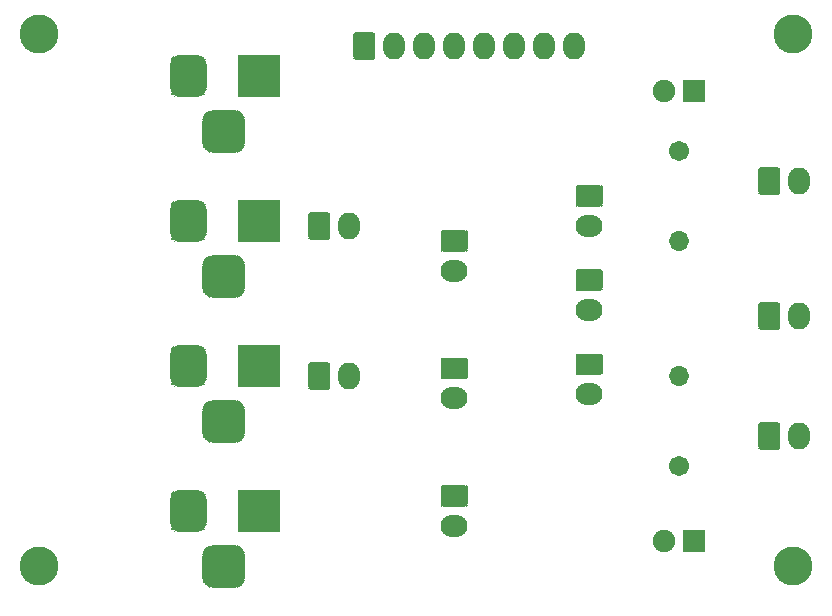
<source format=gbr>
G04 #@! TF.GenerationSoftware,KiCad,Pcbnew,(5.1.9-0-10_14)*
G04 #@! TF.CreationDate,2023-01-06T07:48:33+10:00*
G04 #@! TF.ProjectId,OH - Relay and Backlight Distribution,4f48202d-2052-4656-9c61-7920616e6420,rev?*
G04 #@! TF.SameCoordinates,Original*
G04 #@! TF.FileFunction,Soldermask,Top*
G04 #@! TF.FilePolarity,Negative*
%FSLAX46Y46*%
G04 Gerber Fmt 4.6, Leading zero omitted, Abs format (unit mm)*
G04 Created by KiCad (PCBNEW (5.1.9-0-10_14)) date 2023-01-06 07:48:33*
%MOMM*%
%LPD*%
G01*
G04 APERTURE LIST*
%ADD10O,2.292000X1.842000*%
%ADD11O,1.842000X2.292000*%
%ADD12O,1.702000X1.702000*%
%ADD13C,1.702000*%
%ADD14C,1.902000*%
%ADD15C,3.302000*%
%ADD16C,0.100000*%
G04 APERTURE END LIST*
D10*
X151130000Y-89190000D03*
G36*
G01*
X150248654Y-85729000D02*
X152011346Y-85729000D01*
G75*
G02*
X152276000Y-85993654I0J-264654D01*
G01*
X152276000Y-87306346D01*
G75*
G02*
X152011346Y-87571000I-264654J0D01*
G01*
X150248654Y-87571000D01*
G75*
G02*
X149984000Y-87306346I0J264654D01*
G01*
X149984000Y-85993654D01*
G75*
G02*
X150248654Y-85729000I264654J0D01*
G01*
G37*
X151130000Y-82060000D03*
G36*
G01*
X150248654Y-78599000D02*
X152011346Y-78599000D01*
G75*
G02*
X152276000Y-78863654I0J-264654D01*
G01*
X152276000Y-80176346D01*
G75*
G02*
X152011346Y-80441000I-264654J0D01*
G01*
X150248654Y-80441000D01*
G75*
G02*
X149984000Y-80176346I0J264654D01*
G01*
X149984000Y-78863654D01*
G75*
G02*
X150248654Y-78599000I264654J0D01*
G01*
G37*
X151130000Y-74930000D03*
G36*
G01*
X150248654Y-71469000D02*
X152011346Y-71469000D01*
G75*
G02*
X152276000Y-71733654I0J-264654D01*
G01*
X152276000Y-73046346D01*
G75*
G02*
X152011346Y-73311000I-264654J0D01*
G01*
X150248654Y-73311000D01*
G75*
G02*
X149984000Y-73046346I0J264654D01*
G01*
X149984000Y-71733654D01*
G75*
G02*
X150248654Y-71469000I264654J0D01*
G01*
G37*
D11*
X130810000Y-74930000D03*
G36*
G01*
X127349000Y-75811346D02*
X127349000Y-74048654D01*
G75*
G02*
X127613654Y-73784000I264654J0D01*
G01*
X128926346Y-73784000D01*
G75*
G02*
X129191000Y-74048654I0J-264654D01*
G01*
X129191000Y-75811346D01*
G75*
G02*
X128926346Y-76076000I-264654J0D01*
G01*
X127613654Y-76076000D01*
G75*
G02*
X127349000Y-75811346I0J264654D01*
G01*
G37*
X130810000Y-87630000D03*
G36*
G01*
X127349000Y-88511346D02*
X127349000Y-86748654D01*
G75*
G02*
X127613654Y-86484000I264654J0D01*
G01*
X128926346Y-86484000D01*
G75*
G02*
X129191000Y-86748654I0J-264654D01*
G01*
X129191000Y-88511346D01*
G75*
G02*
X128926346Y-88776000I-264654J0D01*
G01*
X127613654Y-88776000D01*
G75*
G02*
X127349000Y-88511346I0J264654D01*
G01*
G37*
G36*
G01*
X118389000Y-104660500D02*
X118389000Y-102859500D01*
G75*
G02*
X119289500Y-101959000I900500J0D01*
G01*
X121090500Y-101959000D01*
G75*
G02*
X121991000Y-102859500I0J-900500D01*
G01*
X121991000Y-104660500D01*
G75*
G02*
X121090500Y-105561000I-900500J0D01*
G01*
X119289500Y-105561000D01*
G75*
G02*
X118389000Y-104660500I0J900500D01*
G01*
G37*
G36*
G01*
X115639000Y-100085500D02*
X115639000Y-98034500D01*
G75*
G02*
X116414500Y-97259000I775500J0D01*
G01*
X117965500Y-97259000D01*
G75*
G02*
X118741000Y-98034500I0J-775500D01*
G01*
X118741000Y-100085500D01*
G75*
G02*
X117965500Y-100861000I-775500J0D01*
G01*
X116414500Y-100861000D01*
G75*
G02*
X115639000Y-100085500I0J775500D01*
G01*
G37*
G36*
G01*
X121389000Y-100810000D02*
X121389000Y-97310000D01*
G75*
G02*
X121440000Y-97259000I51000J0D01*
G01*
X124940000Y-97259000D01*
G75*
G02*
X124991000Y-97310000I0J-51000D01*
G01*
X124991000Y-100810000D01*
G75*
G02*
X124940000Y-100861000I-51000J0D01*
G01*
X121440000Y-100861000D01*
G75*
G02*
X121389000Y-100810000I0J51000D01*
G01*
G37*
X149860000Y-59690000D03*
X147320000Y-59690000D03*
X144780000Y-59690000D03*
X142240000Y-59690000D03*
X139700000Y-59690000D03*
X137160000Y-59690000D03*
X134620000Y-59690000D03*
G36*
G01*
X131159000Y-60571346D02*
X131159000Y-58808654D01*
G75*
G02*
X131423654Y-58544000I264654J0D01*
G01*
X132736346Y-58544000D01*
G75*
G02*
X133001000Y-58808654I0J-264654D01*
G01*
X133001000Y-60571346D01*
G75*
G02*
X132736346Y-60836000I-264654J0D01*
G01*
X131423654Y-60836000D01*
G75*
G02*
X131159000Y-60571346I0J264654D01*
G01*
G37*
D10*
X139700000Y-100330000D03*
G36*
G01*
X138818654Y-96869000D02*
X140581346Y-96869000D01*
G75*
G02*
X140846000Y-97133654I0J-264654D01*
G01*
X140846000Y-98446346D01*
G75*
G02*
X140581346Y-98711000I-264654J0D01*
G01*
X138818654Y-98711000D01*
G75*
G02*
X138554000Y-98446346I0J264654D01*
G01*
X138554000Y-97133654D01*
G75*
G02*
X138818654Y-96869000I264654J0D01*
G01*
G37*
X139700000Y-89535000D03*
G36*
G01*
X138818654Y-86074000D02*
X140581346Y-86074000D01*
G75*
G02*
X140846000Y-86338654I0J-264654D01*
G01*
X140846000Y-87651346D01*
G75*
G02*
X140581346Y-87916000I-264654J0D01*
G01*
X138818654Y-87916000D01*
G75*
G02*
X138554000Y-87651346I0J264654D01*
G01*
X138554000Y-86338654D01*
G75*
G02*
X138818654Y-86074000I264654J0D01*
G01*
G37*
G36*
G01*
X118389000Y-80107200D02*
X118389000Y-78306200D01*
G75*
G02*
X119289500Y-77405700I900500J0D01*
G01*
X121090500Y-77405700D01*
G75*
G02*
X121991000Y-78306200I0J-900500D01*
G01*
X121991000Y-80107200D01*
G75*
G02*
X121090500Y-81007700I-900500J0D01*
G01*
X119289500Y-81007700D01*
G75*
G02*
X118389000Y-80107200I0J900500D01*
G01*
G37*
G36*
G01*
X115639000Y-75532200D02*
X115639000Y-73481200D01*
G75*
G02*
X116414500Y-72705700I775500J0D01*
G01*
X117965500Y-72705700D01*
G75*
G02*
X118741000Y-73481200I0J-775500D01*
G01*
X118741000Y-75532200D01*
G75*
G02*
X117965500Y-76307700I-775500J0D01*
G01*
X116414500Y-76307700D01*
G75*
G02*
X115639000Y-75532200I0J775500D01*
G01*
G37*
G36*
G01*
X121389000Y-76256700D02*
X121389000Y-72756700D01*
G75*
G02*
X121440000Y-72705700I51000J0D01*
G01*
X124940000Y-72705700D01*
G75*
G02*
X124991000Y-72756700I0J-51000D01*
G01*
X124991000Y-76256700D01*
G75*
G02*
X124940000Y-76307700I-51000J0D01*
G01*
X121440000Y-76307700D01*
G75*
G02*
X121389000Y-76256700I0J51000D01*
G01*
G37*
G36*
G01*
X118389000Y-67830500D02*
X118389000Y-66029500D01*
G75*
G02*
X119289500Y-65129000I900500J0D01*
G01*
X121090500Y-65129000D01*
G75*
G02*
X121991000Y-66029500I0J-900500D01*
G01*
X121991000Y-67830500D01*
G75*
G02*
X121090500Y-68731000I-900500J0D01*
G01*
X119289500Y-68731000D01*
G75*
G02*
X118389000Y-67830500I0J900500D01*
G01*
G37*
G36*
G01*
X115639000Y-63255500D02*
X115639000Y-61204500D01*
G75*
G02*
X116414500Y-60429000I775500J0D01*
G01*
X117965500Y-60429000D01*
G75*
G02*
X118741000Y-61204500I0J-775500D01*
G01*
X118741000Y-63255500D01*
G75*
G02*
X117965500Y-64031000I-775500J0D01*
G01*
X116414500Y-64031000D01*
G75*
G02*
X115639000Y-63255500I0J775500D01*
G01*
G37*
G36*
G01*
X121389000Y-63980000D02*
X121389000Y-60480000D01*
G75*
G02*
X121440000Y-60429000I51000J0D01*
G01*
X124940000Y-60429000D01*
G75*
G02*
X124991000Y-60480000I0J-51000D01*
G01*
X124991000Y-63980000D01*
G75*
G02*
X124940000Y-64031000I-51000J0D01*
G01*
X121440000Y-64031000D01*
G75*
G02*
X121389000Y-63980000I0J51000D01*
G01*
G37*
X139700000Y-78740000D03*
G36*
G01*
X138818654Y-75279000D02*
X140581346Y-75279000D01*
G75*
G02*
X140846000Y-75543654I0J-264654D01*
G01*
X140846000Y-76856346D01*
G75*
G02*
X140581346Y-77121000I-264654J0D01*
G01*
X138818654Y-77121000D01*
G75*
G02*
X138554000Y-76856346I0J264654D01*
G01*
X138554000Y-75543654D01*
G75*
G02*
X138818654Y-75279000I264654J0D01*
G01*
G37*
D11*
X168910000Y-92710000D03*
G36*
G01*
X165449000Y-93591346D02*
X165449000Y-91828654D01*
G75*
G02*
X165713654Y-91564000I264654J0D01*
G01*
X167026346Y-91564000D01*
G75*
G02*
X167291000Y-91828654I0J-264654D01*
G01*
X167291000Y-93591346D01*
G75*
G02*
X167026346Y-93856000I-264654J0D01*
G01*
X165713654Y-93856000D01*
G75*
G02*
X165449000Y-93591346I0J264654D01*
G01*
G37*
X168910000Y-82550000D03*
G36*
G01*
X165449000Y-83431346D02*
X165449000Y-81668654D01*
G75*
G02*
X165713654Y-81404000I264654J0D01*
G01*
X167026346Y-81404000D01*
G75*
G02*
X167291000Y-81668654I0J-264654D01*
G01*
X167291000Y-83431346D01*
G75*
G02*
X167026346Y-83696000I-264654J0D01*
G01*
X165713654Y-83696000D01*
G75*
G02*
X165449000Y-83431346I0J264654D01*
G01*
G37*
X168910000Y-71120000D03*
G36*
G01*
X165449000Y-72001346D02*
X165449000Y-70238654D01*
G75*
G02*
X165713654Y-69974000I264654J0D01*
G01*
X167026346Y-69974000D01*
G75*
G02*
X167291000Y-70238654I0J-264654D01*
G01*
X167291000Y-72001346D01*
G75*
G02*
X167026346Y-72266000I-264654J0D01*
G01*
X165713654Y-72266000D01*
G75*
G02*
X165449000Y-72001346I0J264654D01*
G01*
G37*
G36*
G01*
X118389000Y-92383800D02*
X118389000Y-90582800D01*
G75*
G02*
X119289500Y-89682300I900500J0D01*
G01*
X121090500Y-89682300D01*
G75*
G02*
X121991000Y-90582800I0J-900500D01*
G01*
X121991000Y-92383800D01*
G75*
G02*
X121090500Y-93284300I-900500J0D01*
G01*
X119289500Y-93284300D01*
G75*
G02*
X118389000Y-92383800I0J900500D01*
G01*
G37*
G36*
G01*
X115639000Y-87808800D02*
X115639000Y-85757800D01*
G75*
G02*
X116414500Y-84982300I775500J0D01*
G01*
X117965500Y-84982300D01*
G75*
G02*
X118741000Y-85757800I0J-775500D01*
G01*
X118741000Y-87808800D01*
G75*
G02*
X117965500Y-88584300I-775500J0D01*
G01*
X116414500Y-88584300D01*
G75*
G02*
X115639000Y-87808800I0J775500D01*
G01*
G37*
G36*
G01*
X121389000Y-88533300D02*
X121389000Y-85033300D01*
G75*
G02*
X121440000Y-84982300I51000J0D01*
G01*
X124940000Y-84982300D01*
G75*
G02*
X124991000Y-85033300I0J-51000D01*
G01*
X124991000Y-88533300D01*
G75*
G02*
X124940000Y-88584300I-51000J0D01*
G01*
X121440000Y-88584300D01*
G75*
G02*
X121389000Y-88533300I0J51000D01*
G01*
G37*
D12*
X158750000Y-87630000D03*
D13*
X158750000Y-95250000D03*
D12*
X158750000Y-76200000D03*
D13*
X158750000Y-68580000D03*
D14*
X157480000Y-101600000D03*
G36*
G01*
X160971000Y-100700000D02*
X160971000Y-102500000D01*
G75*
G02*
X160920000Y-102551000I-51000J0D01*
G01*
X159120000Y-102551000D01*
G75*
G02*
X159069000Y-102500000I0J51000D01*
G01*
X159069000Y-100700000D01*
G75*
G02*
X159120000Y-100649000I51000J0D01*
G01*
X160920000Y-100649000D01*
G75*
G02*
X160971000Y-100700000I0J-51000D01*
G01*
G37*
X157480000Y-63500000D03*
G36*
G01*
X160971000Y-62600000D02*
X160971000Y-64400000D01*
G75*
G02*
X160920000Y-64451000I-51000J0D01*
G01*
X159120000Y-64451000D01*
G75*
G02*
X159069000Y-64400000I0J51000D01*
G01*
X159069000Y-62600000D01*
G75*
G02*
X159120000Y-62549000I51000J0D01*
G01*
X160920000Y-62549000D01*
G75*
G02*
X160971000Y-62600000I0J-51000D01*
G01*
G37*
D15*
X168420000Y-103720000D03*
X168420000Y-58650000D03*
X104580000Y-103720000D03*
X104580000Y-58650000D03*
D16*
G36*
X118390990Y-104660304D02*
G01*
X118408273Y-104835784D01*
X118459403Y-105004337D01*
X118542433Y-105159675D01*
X118654171Y-105295829D01*
X118790325Y-105407567D01*
X118945663Y-105490597D01*
X119114216Y-105541727D01*
X119289696Y-105559010D01*
X119291322Y-105560175D01*
X119291126Y-105562165D01*
X119289500Y-105563000D01*
X119233140Y-105563000D01*
X119232944Y-105562990D01*
X119063438Y-105546295D01*
X119063053Y-105546219D01*
X118905959Y-105498565D01*
X118905597Y-105498415D01*
X118760826Y-105421033D01*
X118760500Y-105420815D01*
X118633603Y-105316674D01*
X118633326Y-105316397D01*
X118529185Y-105189500D01*
X118528967Y-105189174D01*
X118451585Y-105044403D01*
X118451435Y-105044041D01*
X118403781Y-104886947D01*
X118403705Y-104886562D01*
X118387010Y-104717056D01*
X118387000Y-104716860D01*
X118387000Y-104660500D01*
X118388000Y-104658768D01*
X118390000Y-104658768D01*
X118390990Y-104660304D01*
G37*
G36*
X121992165Y-104658874D02*
G01*
X121993000Y-104660500D01*
X121993000Y-104716860D01*
X121992990Y-104717056D01*
X121976295Y-104886562D01*
X121976219Y-104886947D01*
X121928565Y-105044041D01*
X121928415Y-105044403D01*
X121851033Y-105189174D01*
X121850815Y-105189500D01*
X121746674Y-105316397D01*
X121746397Y-105316674D01*
X121619500Y-105420815D01*
X121619174Y-105421033D01*
X121474403Y-105498415D01*
X121474041Y-105498565D01*
X121316947Y-105546219D01*
X121316562Y-105546295D01*
X121147056Y-105562990D01*
X121146860Y-105563000D01*
X121090500Y-105563000D01*
X121088768Y-105562000D01*
X121088768Y-105560000D01*
X121090304Y-105559010D01*
X121265784Y-105541727D01*
X121434337Y-105490597D01*
X121589675Y-105407567D01*
X121725829Y-105295829D01*
X121837567Y-105159675D01*
X121920597Y-105004337D01*
X121971727Y-104835784D01*
X121989010Y-104660304D01*
X121990175Y-104658678D01*
X121992165Y-104658874D01*
G37*
G36*
X119291232Y-101958000D02*
G01*
X119291232Y-101960000D01*
X119289696Y-101960990D01*
X119114216Y-101978273D01*
X118945663Y-102029403D01*
X118790325Y-102112433D01*
X118654171Y-102224171D01*
X118542433Y-102360325D01*
X118459403Y-102515663D01*
X118408273Y-102684216D01*
X118390990Y-102859696D01*
X118389825Y-102861322D01*
X118387835Y-102861126D01*
X118387000Y-102859500D01*
X118387000Y-102803140D01*
X118387010Y-102802944D01*
X118403705Y-102633438D01*
X118403781Y-102633053D01*
X118451435Y-102475959D01*
X118451585Y-102475597D01*
X118528967Y-102330826D01*
X118529185Y-102330500D01*
X118633326Y-102203603D01*
X118633603Y-102203326D01*
X118760500Y-102099185D01*
X118760826Y-102098967D01*
X118905597Y-102021585D01*
X118905959Y-102021435D01*
X119063053Y-101973781D01*
X119063438Y-101973705D01*
X119232944Y-101957010D01*
X119233140Y-101957000D01*
X119289500Y-101957000D01*
X119291232Y-101958000D01*
G37*
G36*
X121147056Y-101957010D02*
G01*
X121316562Y-101973705D01*
X121316947Y-101973781D01*
X121474041Y-102021435D01*
X121474403Y-102021585D01*
X121619174Y-102098967D01*
X121619500Y-102099185D01*
X121746397Y-102203326D01*
X121746674Y-102203603D01*
X121850815Y-102330500D01*
X121851033Y-102330826D01*
X121928415Y-102475597D01*
X121928565Y-102475959D01*
X121976219Y-102633053D01*
X121976295Y-102633438D01*
X121992990Y-102802944D01*
X121993000Y-102803140D01*
X121993000Y-102859500D01*
X121992000Y-102861232D01*
X121990000Y-102861232D01*
X121989010Y-102859696D01*
X121971727Y-102684216D01*
X121920597Y-102515663D01*
X121837567Y-102360325D01*
X121725829Y-102224171D01*
X121589675Y-102112433D01*
X121434337Y-102029403D01*
X121265784Y-101978273D01*
X121090304Y-101960990D01*
X121088678Y-101959825D01*
X121088874Y-101957835D01*
X121090500Y-101957000D01*
X121146860Y-101957000D01*
X121147056Y-101957010D01*
G37*
G36*
X115640990Y-100085304D02*
G01*
X115655871Y-100236398D01*
X115699888Y-100381502D01*
X115771366Y-100515229D01*
X115867560Y-100632440D01*
X115984771Y-100728634D01*
X116118498Y-100800112D01*
X116263602Y-100844129D01*
X116414696Y-100859010D01*
X116416322Y-100860175D01*
X116416126Y-100862165D01*
X116414500Y-100863000D01*
X116358140Y-100863000D01*
X116357944Y-100862990D01*
X116212825Y-100848697D01*
X116212440Y-100848621D01*
X116078794Y-100808080D01*
X116078432Y-100807930D01*
X115955273Y-100742100D01*
X115954947Y-100741882D01*
X115846991Y-100653286D01*
X115846714Y-100653009D01*
X115758118Y-100545053D01*
X115757900Y-100544727D01*
X115692070Y-100421568D01*
X115691920Y-100421206D01*
X115651379Y-100287560D01*
X115651303Y-100287175D01*
X115637010Y-100142056D01*
X115637000Y-100141860D01*
X115637000Y-100085500D01*
X115638000Y-100083768D01*
X115640000Y-100083768D01*
X115640990Y-100085304D01*
G37*
G36*
X118742165Y-100083874D02*
G01*
X118743000Y-100085500D01*
X118743000Y-100141860D01*
X118742990Y-100142056D01*
X118728697Y-100287175D01*
X118728621Y-100287560D01*
X118688080Y-100421206D01*
X118687930Y-100421568D01*
X118622100Y-100544727D01*
X118621882Y-100545053D01*
X118533286Y-100653009D01*
X118533009Y-100653286D01*
X118425053Y-100741882D01*
X118424727Y-100742100D01*
X118301568Y-100807930D01*
X118301206Y-100808080D01*
X118167560Y-100848621D01*
X118167175Y-100848697D01*
X118022056Y-100862990D01*
X118021860Y-100863000D01*
X117965500Y-100863000D01*
X117963768Y-100862000D01*
X117963768Y-100860000D01*
X117965304Y-100859010D01*
X118116398Y-100844129D01*
X118261502Y-100800112D01*
X118395229Y-100728634D01*
X118512440Y-100632440D01*
X118608634Y-100515229D01*
X118680112Y-100381502D01*
X118724129Y-100236398D01*
X118739010Y-100085304D01*
X118740175Y-100083678D01*
X118742165Y-100083874D01*
G37*
G36*
X138555990Y-98446150D02*
G01*
X138561055Y-98497582D01*
X138576003Y-98546856D01*
X138600273Y-98592264D01*
X138632936Y-98632064D01*
X138672736Y-98664727D01*
X138718144Y-98688997D01*
X138767418Y-98703945D01*
X138818850Y-98709010D01*
X138820476Y-98710175D01*
X138820280Y-98712165D01*
X138818654Y-98713000D01*
X138735712Y-98713000D01*
X138735516Y-98712990D01*
X138695244Y-98709024D01*
X138694859Y-98708948D01*
X138662035Y-98698990D01*
X138661673Y-98698840D01*
X138631425Y-98682672D01*
X138631099Y-98682454D01*
X138604583Y-98660694D01*
X138604306Y-98660417D01*
X138582546Y-98633901D01*
X138582328Y-98633575D01*
X138566160Y-98603327D01*
X138566010Y-98602965D01*
X138556052Y-98570141D01*
X138555976Y-98569756D01*
X138552010Y-98529484D01*
X138552000Y-98529288D01*
X138552000Y-98446346D01*
X138553000Y-98444614D01*
X138555000Y-98444614D01*
X138555990Y-98446150D01*
G37*
G36*
X140847165Y-98444720D02*
G01*
X140848000Y-98446346D01*
X140848000Y-98529288D01*
X140847990Y-98529484D01*
X140844024Y-98569756D01*
X140843948Y-98570141D01*
X140833990Y-98602965D01*
X140833840Y-98603327D01*
X140817672Y-98633575D01*
X140817454Y-98633901D01*
X140795694Y-98660417D01*
X140795417Y-98660694D01*
X140768901Y-98682454D01*
X140768575Y-98682672D01*
X140738327Y-98698840D01*
X140737965Y-98698990D01*
X140705141Y-98708948D01*
X140704756Y-98709024D01*
X140664484Y-98712990D01*
X140664288Y-98713000D01*
X140581346Y-98713000D01*
X140579614Y-98712000D01*
X140579614Y-98710000D01*
X140581150Y-98709010D01*
X140632582Y-98703945D01*
X140681856Y-98688997D01*
X140727264Y-98664727D01*
X140767064Y-98632064D01*
X140799727Y-98592264D01*
X140823997Y-98546856D01*
X140838945Y-98497582D01*
X140844010Y-98446150D01*
X140845175Y-98444524D01*
X140847165Y-98444720D01*
G37*
G36*
X116416232Y-97258000D02*
G01*
X116416232Y-97260000D01*
X116414696Y-97260990D01*
X116263602Y-97275871D01*
X116118498Y-97319888D01*
X115984771Y-97391366D01*
X115867560Y-97487560D01*
X115771366Y-97604771D01*
X115699888Y-97738498D01*
X115655871Y-97883602D01*
X115640990Y-98034696D01*
X115639825Y-98036322D01*
X115637835Y-98036126D01*
X115637000Y-98034500D01*
X115637000Y-97978140D01*
X115637010Y-97977944D01*
X115651303Y-97832825D01*
X115651379Y-97832440D01*
X115691920Y-97698794D01*
X115692070Y-97698432D01*
X115757900Y-97575273D01*
X115758118Y-97574947D01*
X115846714Y-97466991D01*
X115846991Y-97466714D01*
X115954947Y-97378118D01*
X115955273Y-97377900D01*
X116078432Y-97312070D01*
X116078794Y-97311920D01*
X116212440Y-97271379D01*
X116212825Y-97271303D01*
X116357944Y-97257010D01*
X116358140Y-97257000D01*
X116414500Y-97257000D01*
X116416232Y-97258000D01*
G37*
G36*
X118022056Y-97257010D02*
G01*
X118167175Y-97271303D01*
X118167560Y-97271379D01*
X118301206Y-97311920D01*
X118301568Y-97312070D01*
X118424727Y-97377900D01*
X118425053Y-97378118D01*
X118533009Y-97466714D01*
X118533286Y-97466991D01*
X118621882Y-97574947D01*
X118622100Y-97575273D01*
X118687930Y-97698432D01*
X118688080Y-97698794D01*
X118728621Y-97832440D01*
X118728697Y-97832825D01*
X118742990Y-97977944D01*
X118743000Y-97978140D01*
X118743000Y-98034500D01*
X118742000Y-98036232D01*
X118740000Y-98036232D01*
X118739010Y-98034696D01*
X118724129Y-97883602D01*
X118680112Y-97738498D01*
X118608634Y-97604771D01*
X118512440Y-97487560D01*
X118395229Y-97391366D01*
X118261502Y-97319888D01*
X118116398Y-97275871D01*
X117965304Y-97260990D01*
X117963678Y-97259825D01*
X117963874Y-97257835D01*
X117965500Y-97257000D01*
X118021860Y-97257000D01*
X118022056Y-97257010D01*
G37*
G36*
X138820386Y-96868000D02*
G01*
X138820386Y-96870000D01*
X138818850Y-96870990D01*
X138767418Y-96876055D01*
X138718144Y-96891003D01*
X138672736Y-96915273D01*
X138632936Y-96947936D01*
X138600273Y-96987736D01*
X138576003Y-97033144D01*
X138561055Y-97082418D01*
X138555990Y-97133850D01*
X138554825Y-97135476D01*
X138552835Y-97135280D01*
X138552000Y-97133654D01*
X138552000Y-97050712D01*
X138552010Y-97050516D01*
X138555976Y-97010244D01*
X138556052Y-97009859D01*
X138566010Y-96977035D01*
X138566160Y-96976673D01*
X138582328Y-96946425D01*
X138582546Y-96946099D01*
X138604306Y-96919583D01*
X138604583Y-96919306D01*
X138631099Y-96897546D01*
X138631425Y-96897328D01*
X138661673Y-96881160D01*
X138662035Y-96881010D01*
X138694859Y-96871052D01*
X138695244Y-96870976D01*
X138735516Y-96867010D01*
X138735712Y-96867000D01*
X138818654Y-96867000D01*
X138820386Y-96868000D01*
G37*
G36*
X140664484Y-96867010D02*
G01*
X140704756Y-96870976D01*
X140705141Y-96871052D01*
X140737965Y-96881010D01*
X140738327Y-96881160D01*
X140768575Y-96897328D01*
X140768901Y-96897546D01*
X140795417Y-96919306D01*
X140795694Y-96919583D01*
X140817454Y-96946099D01*
X140817672Y-96946425D01*
X140833840Y-96976673D01*
X140833990Y-96977035D01*
X140843948Y-97009859D01*
X140844024Y-97010244D01*
X140847990Y-97050516D01*
X140848000Y-97050712D01*
X140848000Y-97133654D01*
X140847000Y-97135386D01*
X140845000Y-97135386D01*
X140844010Y-97133850D01*
X140838945Y-97082418D01*
X140823997Y-97033144D01*
X140799727Y-96987736D01*
X140767064Y-96947936D01*
X140727264Y-96915273D01*
X140681856Y-96891003D01*
X140632582Y-96876055D01*
X140581150Y-96870990D01*
X140579524Y-96869825D01*
X140579720Y-96867835D01*
X140581346Y-96867000D01*
X140664288Y-96867000D01*
X140664484Y-96867010D01*
G37*
G36*
X165450990Y-93591150D02*
G01*
X165456055Y-93642582D01*
X165471003Y-93691856D01*
X165495273Y-93737264D01*
X165527936Y-93777064D01*
X165567736Y-93809727D01*
X165613144Y-93833997D01*
X165662418Y-93848945D01*
X165713850Y-93854010D01*
X165715476Y-93855175D01*
X165715280Y-93857165D01*
X165713654Y-93858000D01*
X165630712Y-93858000D01*
X165630516Y-93857990D01*
X165590244Y-93854024D01*
X165589859Y-93853948D01*
X165557035Y-93843990D01*
X165556673Y-93843840D01*
X165526425Y-93827672D01*
X165526099Y-93827454D01*
X165499583Y-93805694D01*
X165499306Y-93805417D01*
X165477546Y-93778901D01*
X165477328Y-93778575D01*
X165461160Y-93748327D01*
X165461010Y-93747965D01*
X165451052Y-93715141D01*
X165450976Y-93714756D01*
X165447010Y-93674484D01*
X165447000Y-93674288D01*
X165447000Y-93591346D01*
X165448000Y-93589614D01*
X165450000Y-93589614D01*
X165450990Y-93591150D01*
G37*
G36*
X167292165Y-93589720D02*
G01*
X167293000Y-93591346D01*
X167293000Y-93674288D01*
X167292990Y-93674484D01*
X167289024Y-93714756D01*
X167288948Y-93715141D01*
X167278990Y-93747965D01*
X167278840Y-93748327D01*
X167262672Y-93778575D01*
X167262454Y-93778901D01*
X167240694Y-93805417D01*
X167240417Y-93805694D01*
X167213901Y-93827454D01*
X167213575Y-93827672D01*
X167183327Y-93843840D01*
X167182965Y-93843990D01*
X167150141Y-93853948D01*
X167149756Y-93854024D01*
X167109484Y-93857990D01*
X167109288Y-93858000D01*
X167026346Y-93858000D01*
X167024614Y-93857000D01*
X167024614Y-93855000D01*
X167026150Y-93854010D01*
X167077582Y-93848945D01*
X167126856Y-93833997D01*
X167172264Y-93809727D01*
X167212064Y-93777064D01*
X167244727Y-93737264D01*
X167268997Y-93691856D01*
X167283945Y-93642582D01*
X167289010Y-93591150D01*
X167290175Y-93589524D01*
X167292165Y-93589720D01*
G37*
G36*
X118390990Y-92383604D02*
G01*
X118408273Y-92559084D01*
X118459403Y-92727637D01*
X118542433Y-92882975D01*
X118654171Y-93019129D01*
X118790325Y-93130867D01*
X118945663Y-93213897D01*
X119114216Y-93265027D01*
X119289696Y-93282310D01*
X119291322Y-93283475D01*
X119291126Y-93285465D01*
X119289500Y-93286300D01*
X119233140Y-93286300D01*
X119232944Y-93286290D01*
X119063438Y-93269595D01*
X119063053Y-93269519D01*
X118905959Y-93221865D01*
X118905597Y-93221715D01*
X118760826Y-93144333D01*
X118760500Y-93144115D01*
X118633603Y-93039974D01*
X118633326Y-93039697D01*
X118529185Y-92912800D01*
X118528967Y-92912474D01*
X118451585Y-92767703D01*
X118451435Y-92767341D01*
X118403781Y-92610247D01*
X118403705Y-92609862D01*
X118387010Y-92440356D01*
X118387000Y-92440160D01*
X118387000Y-92383800D01*
X118388000Y-92382068D01*
X118390000Y-92382068D01*
X118390990Y-92383604D01*
G37*
G36*
X121992165Y-92382174D02*
G01*
X121993000Y-92383800D01*
X121993000Y-92440160D01*
X121992990Y-92440356D01*
X121976295Y-92609862D01*
X121976219Y-92610247D01*
X121928565Y-92767341D01*
X121928415Y-92767703D01*
X121851033Y-92912474D01*
X121850815Y-92912800D01*
X121746674Y-93039697D01*
X121746397Y-93039974D01*
X121619500Y-93144115D01*
X121619174Y-93144333D01*
X121474403Y-93221715D01*
X121474041Y-93221865D01*
X121316947Y-93269519D01*
X121316562Y-93269595D01*
X121147056Y-93286290D01*
X121146860Y-93286300D01*
X121090500Y-93286300D01*
X121088768Y-93285300D01*
X121088768Y-93283300D01*
X121090304Y-93282310D01*
X121265784Y-93265027D01*
X121434337Y-93213897D01*
X121589675Y-93130867D01*
X121725829Y-93019129D01*
X121837567Y-92882975D01*
X121920597Y-92727637D01*
X121971727Y-92559084D01*
X121989010Y-92383604D01*
X121990175Y-92381978D01*
X121992165Y-92382174D01*
G37*
G36*
X165715386Y-91563000D02*
G01*
X165715386Y-91565000D01*
X165713850Y-91565990D01*
X165662418Y-91571055D01*
X165613144Y-91586003D01*
X165567736Y-91610273D01*
X165527936Y-91642936D01*
X165495273Y-91682736D01*
X165471003Y-91728144D01*
X165456055Y-91777418D01*
X165450990Y-91828850D01*
X165449825Y-91830476D01*
X165447835Y-91830280D01*
X165447000Y-91828654D01*
X165447000Y-91745712D01*
X165447010Y-91745516D01*
X165450976Y-91705244D01*
X165451052Y-91704859D01*
X165461010Y-91672035D01*
X165461160Y-91671673D01*
X165477328Y-91641425D01*
X165477546Y-91641099D01*
X165499306Y-91614583D01*
X165499583Y-91614306D01*
X165526099Y-91592546D01*
X165526425Y-91592328D01*
X165556673Y-91576160D01*
X165557035Y-91576010D01*
X165589859Y-91566052D01*
X165590244Y-91565976D01*
X165630516Y-91562010D01*
X165630712Y-91562000D01*
X165713654Y-91562000D01*
X165715386Y-91563000D01*
G37*
G36*
X167109484Y-91562010D02*
G01*
X167149756Y-91565976D01*
X167150141Y-91566052D01*
X167182965Y-91576010D01*
X167183327Y-91576160D01*
X167213575Y-91592328D01*
X167213901Y-91592546D01*
X167240417Y-91614306D01*
X167240694Y-91614583D01*
X167262454Y-91641099D01*
X167262672Y-91641425D01*
X167278840Y-91671673D01*
X167278990Y-91672035D01*
X167288948Y-91704859D01*
X167289024Y-91705244D01*
X167292990Y-91745516D01*
X167293000Y-91745712D01*
X167293000Y-91828654D01*
X167292000Y-91830386D01*
X167290000Y-91830386D01*
X167289010Y-91828850D01*
X167283945Y-91777418D01*
X167268997Y-91728144D01*
X167244727Y-91682736D01*
X167212064Y-91642936D01*
X167172264Y-91610273D01*
X167126856Y-91586003D01*
X167077582Y-91571055D01*
X167026150Y-91565990D01*
X167024524Y-91564825D01*
X167024720Y-91562835D01*
X167026346Y-91562000D01*
X167109288Y-91562000D01*
X167109484Y-91562010D01*
G37*
G36*
X119291232Y-89681300D02*
G01*
X119291232Y-89683300D01*
X119289696Y-89684290D01*
X119114216Y-89701573D01*
X118945663Y-89752703D01*
X118790325Y-89835733D01*
X118654171Y-89947471D01*
X118542433Y-90083625D01*
X118459403Y-90238963D01*
X118408273Y-90407516D01*
X118390990Y-90582996D01*
X118389825Y-90584622D01*
X118387835Y-90584426D01*
X118387000Y-90582800D01*
X118387000Y-90526440D01*
X118387010Y-90526244D01*
X118403705Y-90356738D01*
X118403781Y-90356353D01*
X118451435Y-90199259D01*
X118451585Y-90198897D01*
X118528967Y-90054126D01*
X118529185Y-90053800D01*
X118633326Y-89926903D01*
X118633603Y-89926626D01*
X118760500Y-89822485D01*
X118760826Y-89822267D01*
X118905597Y-89744885D01*
X118905959Y-89744735D01*
X119063053Y-89697081D01*
X119063438Y-89697005D01*
X119232944Y-89680310D01*
X119233140Y-89680300D01*
X119289500Y-89680300D01*
X119291232Y-89681300D01*
G37*
G36*
X121147056Y-89680310D02*
G01*
X121316562Y-89697005D01*
X121316947Y-89697081D01*
X121474041Y-89744735D01*
X121474403Y-89744885D01*
X121619174Y-89822267D01*
X121619500Y-89822485D01*
X121746397Y-89926626D01*
X121746674Y-89926903D01*
X121850815Y-90053800D01*
X121851033Y-90054126D01*
X121928415Y-90198897D01*
X121928565Y-90199259D01*
X121976219Y-90356353D01*
X121976295Y-90356738D01*
X121992990Y-90526244D01*
X121993000Y-90526440D01*
X121993000Y-90582800D01*
X121992000Y-90584532D01*
X121990000Y-90584532D01*
X121989010Y-90582996D01*
X121971727Y-90407516D01*
X121920597Y-90238963D01*
X121837567Y-90083625D01*
X121725829Y-89947471D01*
X121589675Y-89835733D01*
X121434337Y-89752703D01*
X121265784Y-89701573D01*
X121090304Y-89684290D01*
X121088678Y-89683125D01*
X121088874Y-89681135D01*
X121090500Y-89680300D01*
X121146860Y-89680300D01*
X121147056Y-89680310D01*
G37*
G36*
X127350990Y-88511150D02*
G01*
X127356055Y-88562582D01*
X127371003Y-88611856D01*
X127395273Y-88657264D01*
X127427936Y-88697064D01*
X127467736Y-88729727D01*
X127513144Y-88753997D01*
X127562418Y-88768945D01*
X127613850Y-88774010D01*
X127615476Y-88775175D01*
X127615280Y-88777165D01*
X127613654Y-88778000D01*
X127530712Y-88778000D01*
X127530516Y-88777990D01*
X127490244Y-88774024D01*
X127489859Y-88773948D01*
X127457035Y-88763990D01*
X127456673Y-88763840D01*
X127426425Y-88747672D01*
X127426099Y-88747454D01*
X127399583Y-88725694D01*
X127399306Y-88725417D01*
X127377546Y-88698901D01*
X127377328Y-88698575D01*
X127361160Y-88668327D01*
X127361010Y-88667965D01*
X127351052Y-88635141D01*
X127350976Y-88634756D01*
X127347010Y-88594484D01*
X127347000Y-88594288D01*
X127347000Y-88511346D01*
X127348000Y-88509614D01*
X127350000Y-88509614D01*
X127350990Y-88511150D01*
G37*
G36*
X129192165Y-88509720D02*
G01*
X129193000Y-88511346D01*
X129193000Y-88594288D01*
X129192990Y-88594484D01*
X129189024Y-88634756D01*
X129188948Y-88635141D01*
X129178990Y-88667965D01*
X129178840Y-88668327D01*
X129162672Y-88698575D01*
X129162454Y-88698901D01*
X129140694Y-88725417D01*
X129140417Y-88725694D01*
X129113901Y-88747454D01*
X129113575Y-88747672D01*
X129083327Y-88763840D01*
X129082965Y-88763990D01*
X129050141Y-88773948D01*
X129049756Y-88774024D01*
X129009484Y-88777990D01*
X129009288Y-88778000D01*
X128926346Y-88778000D01*
X128924614Y-88777000D01*
X128924614Y-88775000D01*
X128926150Y-88774010D01*
X128977582Y-88768945D01*
X129026856Y-88753997D01*
X129072264Y-88729727D01*
X129112064Y-88697064D01*
X129144727Y-88657264D01*
X129168997Y-88611856D01*
X129183945Y-88562582D01*
X129189010Y-88511150D01*
X129190175Y-88509524D01*
X129192165Y-88509720D01*
G37*
G36*
X118742165Y-87807174D02*
G01*
X118743000Y-87808800D01*
X118743000Y-87865160D01*
X118742990Y-87865356D01*
X118728697Y-88010475D01*
X118728621Y-88010860D01*
X118688080Y-88144506D01*
X118687930Y-88144868D01*
X118622100Y-88268027D01*
X118621882Y-88268353D01*
X118533286Y-88376309D01*
X118533009Y-88376586D01*
X118425053Y-88465182D01*
X118424727Y-88465400D01*
X118301568Y-88531230D01*
X118301206Y-88531380D01*
X118167560Y-88571921D01*
X118167175Y-88571997D01*
X118022056Y-88586290D01*
X118021860Y-88586300D01*
X117965500Y-88586300D01*
X117963768Y-88585300D01*
X117963768Y-88583300D01*
X117965304Y-88582310D01*
X118116398Y-88567429D01*
X118261502Y-88523412D01*
X118395229Y-88451934D01*
X118512440Y-88355740D01*
X118608634Y-88238529D01*
X118680112Y-88104802D01*
X118724129Y-87959698D01*
X118739010Y-87808604D01*
X118740175Y-87806978D01*
X118742165Y-87807174D01*
G37*
G36*
X115640990Y-87808604D02*
G01*
X115655871Y-87959698D01*
X115699888Y-88104802D01*
X115771366Y-88238529D01*
X115867560Y-88355740D01*
X115984771Y-88451934D01*
X116118498Y-88523412D01*
X116263602Y-88567429D01*
X116414696Y-88582310D01*
X116416322Y-88583475D01*
X116416126Y-88585465D01*
X116414500Y-88586300D01*
X116358140Y-88586300D01*
X116357944Y-88586290D01*
X116212825Y-88571997D01*
X116212440Y-88571921D01*
X116078794Y-88531380D01*
X116078432Y-88531230D01*
X115955273Y-88465400D01*
X115954947Y-88465182D01*
X115846991Y-88376586D01*
X115846714Y-88376309D01*
X115758118Y-88268353D01*
X115757900Y-88268027D01*
X115692070Y-88144868D01*
X115691920Y-88144506D01*
X115651379Y-88010860D01*
X115651303Y-88010475D01*
X115637010Y-87865356D01*
X115637000Y-87865160D01*
X115637000Y-87808800D01*
X115638000Y-87807068D01*
X115640000Y-87807068D01*
X115640990Y-87808604D01*
G37*
G36*
X138555990Y-87651150D02*
G01*
X138561055Y-87702582D01*
X138576003Y-87751856D01*
X138600273Y-87797264D01*
X138632936Y-87837064D01*
X138672736Y-87869727D01*
X138718144Y-87893997D01*
X138767418Y-87908945D01*
X138818850Y-87914010D01*
X138820476Y-87915175D01*
X138820280Y-87917165D01*
X138818654Y-87918000D01*
X138735712Y-87918000D01*
X138735516Y-87917990D01*
X138695244Y-87914024D01*
X138694859Y-87913948D01*
X138662035Y-87903990D01*
X138661673Y-87903840D01*
X138631425Y-87887672D01*
X138631099Y-87887454D01*
X138604583Y-87865694D01*
X138604306Y-87865417D01*
X138582546Y-87838901D01*
X138582328Y-87838575D01*
X138566160Y-87808327D01*
X138566010Y-87807965D01*
X138556052Y-87775141D01*
X138555976Y-87774756D01*
X138552010Y-87734484D01*
X138552000Y-87734288D01*
X138552000Y-87651346D01*
X138553000Y-87649614D01*
X138555000Y-87649614D01*
X138555990Y-87651150D01*
G37*
G36*
X140847165Y-87649720D02*
G01*
X140848000Y-87651346D01*
X140848000Y-87734288D01*
X140847990Y-87734484D01*
X140844024Y-87774756D01*
X140843948Y-87775141D01*
X140833990Y-87807965D01*
X140833840Y-87808327D01*
X140817672Y-87838575D01*
X140817454Y-87838901D01*
X140795694Y-87865417D01*
X140795417Y-87865694D01*
X140768901Y-87887454D01*
X140768575Y-87887672D01*
X140738327Y-87903840D01*
X140737965Y-87903990D01*
X140705141Y-87913948D01*
X140704756Y-87914024D01*
X140664484Y-87917990D01*
X140664288Y-87918000D01*
X140581346Y-87918000D01*
X140579614Y-87917000D01*
X140579614Y-87915000D01*
X140581150Y-87914010D01*
X140632582Y-87908945D01*
X140681856Y-87893997D01*
X140727264Y-87869727D01*
X140767064Y-87837064D01*
X140799727Y-87797264D01*
X140823997Y-87751856D01*
X140838945Y-87702582D01*
X140844010Y-87651150D01*
X140845175Y-87649524D01*
X140847165Y-87649720D01*
G37*
G36*
X149985990Y-87306150D02*
G01*
X149991055Y-87357582D01*
X150006003Y-87406856D01*
X150030273Y-87452264D01*
X150062936Y-87492064D01*
X150102736Y-87524727D01*
X150148144Y-87548997D01*
X150197418Y-87563945D01*
X150248850Y-87569010D01*
X150250476Y-87570175D01*
X150250280Y-87572165D01*
X150248654Y-87573000D01*
X150165712Y-87573000D01*
X150165516Y-87572990D01*
X150125244Y-87569024D01*
X150124859Y-87568948D01*
X150092035Y-87558990D01*
X150091673Y-87558840D01*
X150061425Y-87542672D01*
X150061099Y-87542454D01*
X150034583Y-87520694D01*
X150034306Y-87520417D01*
X150012546Y-87493901D01*
X150012328Y-87493575D01*
X149996160Y-87463327D01*
X149996010Y-87462965D01*
X149986052Y-87430141D01*
X149985976Y-87429756D01*
X149982010Y-87389484D01*
X149982000Y-87389288D01*
X149982000Y-87306346D01*
X149983000Y-87304614D01*
X149985000Y-87304614D01*
X149985990Y-87306150D01*
G37*
G36*
X152277165Y-87304720D02*
G01*
X152278000Y-87306346D01*
X152278000Y-87389288D01*
X152277990Y-87389484D01*
X152274024Y-87429756D01*
X152273948Y-87430141D01*
X152263990Y-87462965D01*
X152263840Y-87463327D01*
X152247672Y-87493575D01*
X152247454Y-87493901D01*
X152225694Y-87520417D01*
X152225417Y-87520694D01*
X152198901Y-87542454D01*
X152198575Y-87542672D01*
X152168327Y-87558840D01*
X152167965Y-87558990D01*
X152135141Y-87568948D01*
X152134756Y-87569024D01*
X152094484Y-87572990D01*
X152094288Y-87573000D01*
X152011346Y-87573000D01*
X152009614Y-87572000D01*
X152009614Y-87570000D01*
X152011150Y-87569010D01*
X152062582Y-87563945D01*
X152111856Y-87548997D01*
X152157264Y-87524727D01*
X152197064Y-87492064D01*
X152229727Y-87452264D01*
X152253997Y-87406856D01*
X152268945Y-87357582D01*
X152274010Y-87306150D01*
X152275175Y-87304524D01*
X152277165Y-87304720D01*
G37*
G36*
X127615386Y-86483000D02*
G01*
X127615386Y-86485000D01*
X127613850Y-86485990D01*
X127562418Y-86491055D01*
X127513144Y-86506003D01*
X127467736Y-86530273D01*
X127427936Y-86562936D01*
X127395273Y-86602736D01*
X127371003Y-86648144D01*
X127356055Y-86697418D01*
X127350990Y-86748850D01*
X127349825Y-86750476D01*
X127347835Y-86750280D01*
X127347000Y-86748654D01*
X127347000Y-86665712D01*
X127347010Y-86665516D01*
X127350976Y-86625244D01*
X127351052Y-86624859D01*
X127361010Y-86592035D01*
X127361160Y-86591673D01*
X127377328Y-86561425D01*
X127377546Y-86561099D01*
X127399306Y-86534583D01*
X127399583Y-86534306D01*
X127426099Y-86512546D01*
X127426425Y-86512328D01*
X127456673Y-86496160D01*
X127457035Y-86496010D01*
X127489859Y-86486052D01*
X127490244Y-86485976D01*
X127530516Y-86482010D01*
X127530712Y-86482000D01*
X127613654Y-86482000D01*
X127615386Y-86483000D01*
G37*
G36*
X129009484Y-86482010D02*
G01*
X129049756Y-86485976D01*
X129050141Y-86486052D01*
X129082965Y-86496010D01*
X129083327Y-86496160D01*
X129113575Y-86512328D01*
X129113901Y-86512546D01*
X129140417Y-86534306D01*
X129140694Y-86534583D01*
X129162454Y-86561099D01*
X129162672Y-86561425D01*
X129178840Y-86591673D01*
X129178990Y-86592035D01*
X129188948Y-86624859D01*
X129189024Y-86625244D01*
X129192990Y-86665516D01*
X129193000Y-86665712D01*
X129193000Y-86748654D01*
X129192000Y-86750386D01*
X129190000Y-86750386D01*
X129189010Y-86748850D01*
X129183945Y-86697418D01*
X129168997Y-86648144D01*
X129144727Y-86602736D01*
X129112064Y-86562936D01*
X129072264Y-86530273D01*
X129026856Y-86506003D01*
X128977582Y-86491055D01*
X128926150Y-86485990D01*
X128924524Y-86484825D01*
X128924720Y-86482835D01*
X128926346Y-86482000D01*
X129009288Y-86482000D01*
X129009484Y-86482010D01*
G37*
G36*
X138820386Y-86073000D02*
G01*
X138820386Y-86075000D01*
X138818850Y-86075990D01*
X138767418Y-86081055D01*
X138718144Y-86096003D01*
X138672736Y-86120273D01*
X138632936Y-86152936D01*
X138600273Y-86192736D01*
X138576003Y-86238144D01*
X138561055Y-86287418D01*
X138555990Y-86338850D01*
X138554825Y-86340476D01*
X138552835Y-86340280D01*
X138552000Y-86338654D01*
X138552000Y-86255712D01*
X138552010Y-86255516D01*
X138555976Y-86215244D01*
X138556052Y-86214859D01*
X138566010Y-86182035D01*
X138566160Y-86181673D01*
X138582328Y-86151425D01*
X138582546Y-86151099D01*
X138604306Y-86124583D01*
X138604583Y-86124306D01*
X138631099Y-86102546D01*
X138631425Y-86102328D01*
X138661673Y-86086160D01*
X138662035Y-86086010D01*
X138694859Y-86076052D01*
X138695244Y-86075976D01*
X138735516Y-86072010D01*
X138735712Y-86072000D01*
X138818654Y-86072000D01*
X138820386Y-86073000D01*
G37*
G36*
X140664484Y-86072010D02*
G01*
X140704756Y-86075976D01*
X140705141Y-86076052D01*
X140737965Y-86086010D01*
X140738327Y-86086160D01*
X140768575Y-86102328D01*
X140768901Y-86102546D01*
X140795417Y-86124306D01*
X140795694Y-86124583D01*
X140817454Y-86151099D01*
X140817672Y-86151425D01*
X140833840Y-86181673D01*
X140833990Y-86182035D01*
X140843948Y-86214859D01*
X140844024Y-86215244D01*
X140847990Y-86255516D01*
X140848000Y-86255712D01*
X140848000Y-86338654D01*
X140847000Y-86340386D01*
X140845000Y-86340386D01*
X140844010Y-86338850D01*
X140838945Y-86287418D01*
X140823997Y-86238144D01*
X140799727Y-86192736D01*
X140767064Y-86152936D01*
X140727264Y-86120273D01*
X140681856Y-86096003D01*
X140632582Y-86081055D01*
X140581150Y-86075990D01*
X140579524Y-86074825D01*
X140579720Y-86072835D01*
X140581346Y-86072000D01*
X140664288Y-86072000D01*
X140664484Y-86072010D01*
G37*
G36*
X150250386Y-85728000D02*
G01*
X150250386Y-85730000D01*
X150248850Y-85730990D01*
X150197418Y-85736055D01*
X150148144Y-85751003D01*
X150102736Y-85775273D01*
X150062936Y-85807936D01*
X150030273Y-85847736D01*
X150006003Y-85893144D01*
X149991055Y-85942418D01*
X149985990Y-85993850D01*
X149984825Y-85995476D01*
X149982835Y-85995280D01*
X149982000Y-85993654D01*
X149982000Y-85910712D01*
X149982010Y-85910516D01*
X149985976Y-85870244D01*
X149986052Y-85869859D01*
X149996010Y-85837035D01*
X149996160Y-85836673D01*
X150012328Y-85806425D01*
X150012546Y-85806099D01*
X150034306Y-85779583D01*
X150034583Y-85779306D01*
X150061099Y-85757546D01*
X150061425Y-85757328D01*
X150091673Y-85741160D01*
X150092035Y-85741010D01*
X150124859Y-85731052D01*
X150125244Y-85730976D01*
X150165516Y-85727010D01*
X150165712Y-85727000D01*
X150248654Y-85727000D01*
X150250386Y-85728000D01*
G37*
G36*
X152094484Y-85727010D02*
G01*
X152134756Y-85730976D01*
X152135141Y-85731052D01*
X152167965Y-85741010D01*
X152168327Y-85741160D01*
X152198575Y-85757328D01*
X152198901Y-85757546D01*
X152225417Y-85779306D01*
X152225694Y-85779583D01*
X152247454Y-85806099D01*
X152247672Y-85806425D01*
X152263840Y-85836673D01*
X152263990Y-85837035D01*
X152273948Y-85869859D01*
X152274024Y-85870244D01*
X152277990Y-85910516D01*
X152278000Y-85910712D01*
X152278000Y-85993654D01*
X152277000Y-85995386D01*
X152275000Y-85995386D01*
X152274010Y-85993850D01*
X152268945Y-85942418D01*
X152253997Y-85893144D01*
X152229727Y-85847736D01*
X152197064Y-85807936D01*
X152157264Y-85775273D01*
X152111856Y-85751003D01*
X152062582Y-85736055D01*
X152011150Y-85730990D01*
X152009524Y-85729825D01*
X152009720Y-85727835D01*
X152011346Y-85727000D01*
X152094288Y-85727000D01*
X152094484Y-85727010D01*
G37*
G36*
X116416232Y-84981300D02*
G01*
X116416232Y-84983300D01*
X116414696Y-84984290D01*
X116263602Y-84999171D01*
X116118498Y-85043188D01*
X115984771Y-85114666D01*
X115867560Y-85210860D01*
X115771366Y-85328071D01*
X115699888Y-85461798D01*
X115655871Y-85606902D01*
X115640990Y-85757996D01*
X115639825Y-85759622D01*
X115637835Y-85759426D01*
X115637000Y-85757800D01*
X115637000Y-85701440D01*
X115637010Y-85701244D01*
X115651303Y-85556125D01*
X115651379Y-85555740D01*
X115691920Y-85422094D01*
X115692070Y-85421732D01*
X115757900Y-85298573D01*
X115758118Y-85298247D01*
X115846714Y-85190291D01*
X115846991Y-85190014D01*
X115954947Y-85101418D01*
X115955273Y-85101200D01*
X116078432Y-85035370D01*
X116078794Y-85035220D01*
X116212440Y-84994679D01*
X116212825Y-84994603D01*
X116357944Y-84980310D01*
X116358140Y-84980300D01*
X116414500Y-84980300D01*
X116416232Y-84981300D01*
G37*
G36*
X118022056Y-84980310D02*
G01*
X118167175Y-84994603D01*
X118167560Y-84994679D01*
X118301206Y-85035220D01*
X118301568Y-85035370D01*
X118424727Y-85101200D01*
X118425053Y-85101418D01*
X118533009Y-85190014D01*
X118533286Y-85190291D01*
X118621882Y-85298247D01*
X118622100Y-85298573D01*
X118687930Y-85421732D01*
X118688080Y-85422094D01*
X118728621Y-85555740D01*
X118728697Y-85556125D01*
X118742990Y-85701244D01*
X118743000Y-85701440D01*
X118743000Y-85757800D01*
X118742000Y-85759532D01*
X118740000Y-85759532D01*
X118739010Y-85757996D01*
X118724129Y-85606902D01*
X118680112Y-85461798D01*
X118608634Y-85328071D01*
X118512440Y-85210860D01*
X118395229Y-85114666D01*
X118261502Y-85043188D01*
X118116398Y-84999171D01*
X117965304Y-84984290D01*
X117963678Y-84983125D01*
X117963874Y-84981135D01*
X117965500Y-84980300D01*
X118021860Y-84980300D01*
X118022056Y-84980310D01*
G37*
G36*
X167292165Y-83429720D02*
G01*
X167293000Y-83431346D01*
X167293000Y-83514288D01*
X167292990Y-83514484D01*
X167289024Y-83554756D01*
X167288948Y-83555141D01*
X167278990Y-83587965D01*
X167278840Y-83588327D01*
X167262672Y-83618575D01*
X167262454Y-83618901D01*
X167240694Y-83645417D01*
X167240417Y-83645694D01*
X167213901Y-83667454D01*
X167213575Y-83667672D01*
X167183327Y-83683840D01*
X167182965Y-83683990D01*
X167150141Y-83693948D01*
X167149756Y-83694024D01*
X167109484Y-83697990D01*
X167109288Y-83698000D01*
X167026346Y-83698000D01*
X167024614Y-83697000D01*
X167024614Y-83695000D01*
X167026150Y-83694010D01*
X167077582Y-83688945D01*
X167126856Y-83673997D01*
X167172264Y-83649727D01*
X167212064Y-83617064D01*
X167244727Y-83577264D01*
X167268997Y-83531856D01*
X167283945Y-83482582D01*
X167289010Y-83431150D01*
X167290175Y-83429524D01*
X167292165Y-83429720D01*
G37*
G36*
X165450990Y-83431150D02*
G01*
X165456055Y-83482582D01*
X165471003Y-83531856D01*
X165495273Y-83577264D01*
X165527936Y-83617064D01*
X165567736Y-83649727D01*
X165613144Y-83673997D01*
X165662418Y-83688945D01*
X165713850Y-83694010D01*
X165715476Y-83695175D01*
X165715280Y-83697165D01*
X165713654Y-83698000D01*
X165630712Y-83698000D01*
X165630516Y-83697990D01*
X165590244Y-83694024D01*
X165589859Y-83693948D01*
X165557035Y-83683990D01*
X165556673Y-83683840D01*
X165526425Y-83667672D01*
X165526099Y-83667454D01*
X165499583Y-83645694D01*
X165499306Y-83645417D01*
X165477546Y-83618901D01*
X165477328Y-83618575D01*
X165461160Y-83588327D01*
X165461010Y-83587965D01*
X165451052Y-83555141D01*
X165450976Y-83554756D01*
X165447010Y-83514484D01*
X165447000Y-83514288D01*
X165447000Y-83431346D01*
X165448000Y-83429614D01*
X165450000Y-83429614D01*
X165450990Y-83431150D01*
G37*
G36*
X165715386Y-81403000D02*
G01*
X165715386Y-81405000D01*
X165713850Y-81405990D01*
X165662418Y-81411055D01*
X165613144Y-81426003D01*
X165567736Y-81450273D01*
X165527936Y-81482936D01*
X165495273Y-81522736D01*
X165471003Y-81568144D01*
X165456055Y-81617418D01*
X165450990Y-81668850D01*
X165449825Y-81670476D01*
X165447835Y-81670280D01*
X165447000Y-81668654D01*
X165447000Y-81585712D01*
X165447010Y-81585516D01*
X165450976Y-81545244D01*
X165451052Y-81544859D01*
X165461010Y-81512035D01*
X165461160Y-81511673D01*
X165477328Y-81481425D01*
X165477546Y-81481099D01*
X165499306Y-81454583D01*
X165499583Y-81454306D01*
X165526099Y-81432546D01*
X165526425Y-81432328D01*
X165556673Y-81416160D01*
X165557035Y-81416010D01*
X165589859Y-81406052D01*
X165590244Y-81405976D01*
X165630516Y-81402010D01*
X165630712Y-81402000D01*
X165713654Y-81402000D01*
X165715386Y-81403000D01*
G37*
G36*
X167109484Y-81402010D02*
G01*
X167149756Y-81405976D01*
X167150141Y-81406052D01*
X167182965Y-81416010D01*
X167183327Y-81416160D01*
X167213575Y-81432328D01*
X167213901Y-81432546D01*
X167240417Y-81454306D01*
X167240694Y-81454583D01*
X167262454Y-81481099D01*
X167262672Y-81481425D01*
X167278840Y-81511673D01*
X167278990Y-81512035D01*
X167288948Y-81544859D01*
X167289024Y-81545244D01*
X167292990Y-81585516D01*
X167293000Y-81585712D01*
X167293000Y-81668654D01*
X167292000Y-81670386D01*
X167290000Y-81670386D01*
X167289010Y-81668850D01*
X167283945Y-81617418D01*
X167268997Y-81568144D01*
X167244727Y-81522736D01*
X167212064Y-81482936D01*
X167172264Y-81450273D01*
X167126856Y-81426003D01*
X167077582Y-81411055D01*
X167026150Y-81405990D01*
X167024524Y-81404825D01*
X167024720Y-81402835D01*
X167026346Y-81402000D01*
X167109288Y-81402000D01*
X167109484Y-81402010D01*
G37*
G36*
X121992165Y-80105574D02*
G01*
X121993000Y-80107200D01*
X121993000Y-80163560D01*
X121992990Y-80163756D01*
X121976295Y-80333262D01*
X121976219Y-80333647D01*
X121928565Y-80490741D01*
X121928415Y-80491103D01*
X121851033Y-80635874D01*
X121850815Y-80636200D01*
X121746674Y-80763097D01*
X121746397Y-80763374D01*
X121619500Y-80867515D01*
X121619174Y-80867733D01*
X121474403Y-80945115D01*
X121474041Y-80945265D01*
X121316947Y-80992919D01*
X121316562Y-80992995D01*
X121147056Y-81009690D01*
X121146860Y-81009700D01*
X121090500Y-81009700D01*
X121088768Y-81008700D01*
X121088768Y-81006700D01*
X121090304Y-81005710D01*
X121265784Y-80988427D01*
X121434337Y-80937297D01*
X121589675Y-80854267D01*
X121725829Y-80742529D01*
X121837567Y-80606375D01*
X121920597Y-80451037D01*
X121971727Y-80282484D01*
X121989010Y-80107004D01*
X121990175Y-80105378D01*
X121992165Y-80105574D01*
G37*
G36*
X118390990Y-80107004D02*
G01*
X118408273Y-80282484D01*
X118459403Y-80451037D01*
X118542433Y-80606375D01*
X118654171Y-80742529D01*
X118790325Y-80854267D01*
X118945663Y-80937297D01*
X119114216Y-80988427D01*
X119289696Y-81005710D01*
X119291322Y-81006875D01*
X119291126Y-81008865D01*
X119289500Y-81009700D01*
X119233140Y-81009700D01*
X119232944Y-81009690D01*
X119063438Y-80992995D01*
X119063053Y-80992919D01*
X118905959Y-80945265D01*
X118905597Y-80945115D01*
X118760826Y-80867733D01*
X118760500Y-80867515D01*
X118633603Y-80763374D01*
X118633326Y-80763097D01*
X118529185Y-80636200D01*
X118528967Y-80635874D01*
X118451585Y-80491103D01*
X118451435Y-80490741D01*
X118403781Y-80333647D01*
X118403705Y-80333262D01*
X118387010Y-80163756D01*
X118387000Y-80163560D01*
X118387000Y-80107200D01*
X118388000Y-80105468D01*
X118390000Y-80105468D01*
X118390990Y-80107004D01*
G37*
G36*
X152277165Y-80174720D02*
G01*
X152278000Y-80176346D01*
X152278000Y-80259288D01*
X152277990Y-80259484D01*
X152274024Y-80299756D01*
X152273948Y-80300141D01*
X152263990Y-80332965D01*
X152263840Y-80333327D01*
X152247672Y-80363575D01*
X152247454Y-80363901D01*
X152225694Y-80390417D01*
X152225417Y-80390694D01*
X152198901Y-80412454D01*
X152198575Y-80412672D01*
X152168327Y-80428840D01*
X152167965Y-80428990D01*
X152135141Y-80438948D01*
X152134756Y-80439024D01*
X152094484Y-80442990D01*
X152094288Y-80443000D01*
X152011346Y-80443000D01*
X152009614Y-80442000D01*
X152009614Y-80440000D01*
X152011150Y-80439010D01*
X152062582Y-80433945D01*
X152111856Y-80418997D01*
X152157264Y-80394727D01*
X152197064Y-80362064D01*
X152229727Y-80322264D01*
X152253997Y-80276856D01*
X152268945Y-80227582D01*
X152274010Y-80176150D01*
X152275175Y-80174524D01*
X152277165Y-80174720D01*
G37*
G36*
X149985990Y-80176150D02*
G01*
X149991055Y-80227582D01*
X150006003Y-80276856D01*
X150030273Y-80322264D01*
X150062936Y-80362064D01*
X150102736Y-80394727D01*
X150148144Y-80418997D01*
X150197418Y-80433945D01*
X150248850Y-80439010D01*
X150250476Y-80440175D01*
X150250280Y-80442165D01*
X150248654Y-80443000D01*
X150165712Y-80443000D01*
X150165516Y-80442990D01*
X150125244Y-80439024D01*
X150124859Y-80438948D01*
X150092035Y-80428990D01*
X150091673Y-80428840D01*
X150061425Y-80412672D01*
X150061099Y-80412454D01*
X150034583Y-80390694D01*
X150034306Y-80390417D01*
X150012546Y-80363901D01*
X150012328Y-80363575D01*
X149996160Y-80333327D01*
X149996010Y-80332965D01*
X149986052Y-80300141D01*
X149985976Y-80299756D01*
X149982010Y-80259484D01*
X149982000Y-80259288D01*
X149982000Y-80176346D01*
X149983000Y-80174614D01*
X149985000Y-80174614D01*
X149985990Y-80176150D01*
G37*
G36*
X150250386Y-78598000D02*
G01*
X150250386Y-78600000D01*
X150248850Y-78600990D01*
X150197418Y-78606055D01*
X150148144Y-78621003D01*
X150102736Y-78645273D01*
X150062936Y-78677936D01*
X150030273Y-78717736D01*
X150006003Y-78763144D01*
X149991055Y-78812418D01*
X149985990Y-78863850D01*
X149984825Y-78865476D01*
X149982835Y-78865280D01*
X149982000Y-78863654D01*
X149982000Y-78780712D01*
X149982010Y-78780516D01*
X149985976Y-78740244D01*
X149986052Y-78739859D01*
X149996010Y-78707035D01*
X149996160Y-78706673D01*
X150012328Y-78676425D01*
X150012546Y-78676099D01*
X150034306Y-78649583D01*
X150034583Y-78649306D01*
X150061099Y-78627546D01*
X150061425Y-78627328D01*
X150091673Y-78611160D01*
X150092035Y-78611010D01*
X150124859Y-78601052D01*
X150125244Y-78600976D01*
X150165516Y-78597010D01*
X150165712Y-78597000D01*
X150248654Y-78597000D01*
X150250386Y-78598000D01*
G37*
G36*
X152094484Y-78597010D02*
G01*
X152134756Y-78600976D01*
X152135141Y-78601052D01*
X152167965Y-78611010D01*
X152168327Y-78611160D01*
X152198575Y-78627328D01*
X152198901Y-78627546D01*
X152225417Y-78649306D01*
X152225694Y-78649583D01*
X152247454Y-78676099D01*
X152247672Y-78676425D01*
X152263840Y-78706673D01*
X152263990Y-78707035D01*
X152273948Y-78739859D01*
X152274024Y-78740244D01*
X152277990Y-78780516D01*
X152278000Y-78780712D01*
X152278000Y-78863654D01*
X152277000Y-78865386D01*
X152275000Y-78865386D01*
X152274010Y-78863850D01*
X152268945Y-78812418D01*
X152253997Y-78763144D01*
X152229727Y-78717736D01*
X152197064Y-78677936D01*
X152157264Y-78645273D01*
X152111856Y-78621003D01*
X152062582Y-78606055D01*
X152011150Y-78600990D01*
X152009524Y-78599825D01*
X152009720Y-78597835D01*
X152011346Y-78597000D01*
X152094288Y-78597000D01*
X152094484Y-78597010D01*
G37*
G36*
X119291232Y-77404700D02*
G01*
X119291232Y-77406700D01*
X119289696Y-77407690D01*
X119114216Y-77424973D01*
X118945663Y-77476103D01*
X118790325Y-77559133D01*
X118654171Y-77670871D01*
X118542433Y-77807025D01*
X118459403Y-77962363D01*
X118408273Y-78130916D01*
X118390990Y-78306396D01*
X118389825Y-78308022D01*
X118387835Y-78307826D01*
X118387000Y-78306200D01*
X118387000Y-78249840D01*
X118387010Y-78249644D01*
X118403705Y-78080138D01*
X118403781Y-78079753D01*
X118451435Y-77922659D01*
X118451585Y-77922297D01*
X118528967Y-77777526D01*
X118529185Y-77777200D01*
X118633326Y-77650303D01*
X118633603Y-77650026D01*
X118760500Y-77545885D01*
X118760826Y-77545667D01*
X118905597Y-77468285D01*
X118905959Y-77468135D01*
X119063053Y-77420481D01*
X119063438Y-77420405D01*
X119232944Y-77403710D01*
X119233140Y-77403700D01*
X119289500Y-77403700D01*
X119291232Y-77404700D01*
G37*
G36*
X121147056Y-77403710D02*
G01*
X121316562Y-77420405D01*
X121316947Y-77420481D01*
X121474041Y-77468135D01*
X121474403Y-77468285D01*
X121619174Y-77545667D01*
X121619500Y-77545885D01*
X121746397Y-77650026D01*
X121746674Y-77650303D01*
X121850815Y-77777200D01*
X121851033Y-77777526D01*
X121928415Y-77922297D01*
X121928565Y-77922659D01*
X121976219Y-78079753D01*
X121976295Y-78080138D01*
X121992990Y-78249644D01*
X121993000Y-78249840D01*
X121993000Y-78306200D01*
X121992000Y-78307932D01*
X121990000Y-78307932D01*
X121989010Y-78306396D01*
X121971727Y-78130916D01*
X121920597Y-77962363D01*
X121837567Y-77807025D01*
X121725829Y-77670871D01*
X121589675Y-77559133D01*
X121434337Y-77476103D01*
X121265784Y-77424973D01*
X121090304Y-77407690D01*
X121088678Y-77406525D01*
X121088874Y-77404535D01*
X121090500Y-77403700D01*
X121146860Y-77403700D01*
X121147056Y-77403710D01*
G37*
G36*
X138555990Y-76856150D02*
G01*
X138561055Y-76907582D01*
X138576003Y-76956856D01*
X138600273Y-77002264D01*
X138632936Y-77042064D01*
X138672736Y-77074727D01*
X138718144Y-77098997D01*
X138767418Y-77113945D01*
X138818850Y-77119010D01*
X138820476Y-77120175D01*
X138820280Y-77122165D01*
X138818654Y-77123000D01*
X138735712Y-77123000D01*
X138735516Y-77122990D01*
X138695244Y-77119024D01*
X138694859Y-77118948D01*
X138662035Y-77108990D01*
X138661673Y-77108840D01*
X138631425Y-77092672D01*
X138631099Y-77092454D01*
X138604583Y-77070694D01*
X138604306Y-77070417D01*
X138582546Y-77043901D01*
X138582328Y-77043575D01*
X138566160Y-77013327D01*
X138566010Y-77012965D01*
X138556052Y-76980141D01*
X138555976Y-76979756D01*
X138552010Y-76939484D01*
X138552000Y-76939288D01*
X138552000Y-76856346D01*
X138553000Y-76854614D01*
X138555000Y-76854614D01*
X138555990Y-76856150D01*
G37*
G36*
X140847165Y-76854720D02*
G01*
X140848000Y-76856346D01*
X140848000Y-76939288D01*
X140847990Y-76939484D01*
X140844024Y-76979756D01*
X140843948Y-76980141D01*
X140833990Y-77012965D01*
X140833840Y-77013327D01*
X140817672Y-77043575D01*
X140817454Y-77043901D01*
X140795694Y-77070417D01*
X140795417Y-77070694D01*
X140768901Y-77092454D01*
X140768575Y-77092672D01*
X140738327Y-77108840D01*
X140737965Y-77108990D01*
X140705141Y-77118948D01*
X140704756Y-77119024D01*
X140664484Y-77122990D01*
X140664288Y-77123000D01*
X140581346Y-77123000D01*
X140579614Y-77122000D01*
X140579614Y-77120000D01*
X140581150Y-77119010D01*
X140632582Y-77113945D01*
X140681856Y-77098997D01*
X140727264Y-77074727D01*
X140767064Y-77042064D01*
X140799727Y-77002264D01*
X140823997Y-76956856D01*
X140838945Y-76907582D01*
X140844010Y-76856150D01*
X140845175Y-76854524D01*
X140847165Y-76854720D01*
G37*
G36*
X115640990Y-75532004D02*
G01*
X115655871Y-75683098D01*
X115699888Y-75828202D01*
X115771366Y-75961929D01*
X115867560Y-76079140D01*
X115984771Y-76175334D01*
X116118498Y-76246812D01*
X116263602Y-76290829D01*
X116414696Y-76305710D01*
X116416322Y-76306875D01*
X116416126Y-76308865D01*
X116414500Y-76309700D01*
X116358140Y-76309700D01*
X116357944Y-76309690D01*
X116212825Y-76295397D01*
X116212440Y-76295321D01*
X116078794Y-76254780D01*
X116078432Y-76254630D01*
X115955273Y-76188800D01*
X115954947Y-76188582D01*
X115846991Y-76099986D01*
X115846714Y-76099709D01*
X115758118Y-75991753D01*
X115757900Y-75991427D01*
X115692070Y-75868268D01*
X115691920Y-75867906D01*
X115651379Y-75734260D01*
X115651303Y-75733875D01*
X115637010Y-75588756D01*
X115637000Y-75588560D01*
X115637000Y-75532200D01*
X115638000Y-75530468D01*
X115640000Y-75530468D01*
X115640990Y-75532004D01*
G37*
G36*
X118742165Y-75530574D02*
G01*
X118743000Y-75532200D01*
X118743000Y-75588560D01*
X118742990Y-75588756D01*
X118728697Y-75733875D01*
X118728621Y-75734260D01*
X118688080Y-75867906D01*
X118687930Y-75868268D01*
X118622100Y-75991427D01*
X118621882Y-75991753D01*
X118533286Y-76099709D01*
X118533009Y-76099986D01*
X118425053Y-76188582D01*
X118424727Y-76188800D01*
X118301568Y-76254630D01*
X118301206Y-76254780D01*
X118167560Y-76295321D01*
X118167175Y-76295397D01*
X118022056Y-76309690D01*
X118021860Y-76309700D01*
X117965500Y-76309700D01*
X117963768Y-76308700D01*
X117963768Y-76306700D01*
X117965304Y-76305710D01*
X118116398Y-76290829D01*
X118261502Y-76246812D01*
X118395229Y-76175334D01*
X118512440Y-76079140D01*
X118608634Y-75961929D01*
X118680112Y-75828202D01*
X118724129Y-75683098D01*
X118739010Y-75532004D01*
X118740175Y-75530378D01*
X118742165Y-75530574D01*
G37*
G36*
X129192165Y-75809720D02*
G01*
X129193000Y-75811346D01*
X129193000Y-75894288D01*
X129192990Y-75894484D01*
X129189024Y-75934756D01*
X129188948Y-75935141D01*
X129178990Y-75967965D01*
X129178840Y-75968327D01*
X129162672Y-75998575D01*
X129162454Y-75998901D01*
X129140694Y-76025417D01*
X129140417Y-76025694D01*
X129113901Y-76047454D01*
X129113575Y-76047672D01*
X129083327Y-76063840D01*
X129082965Y-76063990D01*
X129050141Y-76073948D01*
X129049756Y-76074024D01*
X129009484Y-76077990D01*
X129009288Y-76078000D01*
X128926346Y-76078000D01*
X128924614Y-76077000D01*
X128924614Y-76075000D01*
X128926150Y-76074010D01*
X128977582Y-76068945D01*
X129026856Y-76053997D01*
X129072264Y-76029727D01*
X129112064Y-75997064D01*
X129144727Y-75957264D01*
X129168997Y-75911856D01*
X129183945Y-75862582D01*
X129189010Y-75811150D01*
X129190175Y-75809524D01*
X129192165Y-75809720D01*
G37*
G36*
X127350990Y-75811150D02*
G01*
X127356055Y-75862582D01*
X127371003Y-75911856D01*
X127395273Y-75957264D01*
X127427936Y-75997064D01*
X127467736Y-76029727D01*
X127513144Y-76053997D01*
X127562418Y-76068945D01*
X127613850Y-76074010D01*
X127615476Y-76075175D01*
X127615280Y-76077165D01*
X127613654Y-76078000D01*
X127530712Y-76078000D01*
X127530516Y-76077990D01*
X127490244Y-76074024D01*
X127489859Y-76073948D01*
X127457035Y-76063990D01*
X127456673Y-76063840D01*
X127426425Y-76047672D01*
X127426099Y-76047454D01*
X127399583Y-76025694D01*
X127399306Y-76025417D01*
X127377546Y-75998901D01*
X127377328Y-75998575D01*
X127361160Y-75968327D01*
X127361010Y-75967965D01*
X127351052Y-75935141D01*
X127350976Y-75934756D01*
X127347010Y-75894484D01*
X127347000Y-75894288D01*
X127347000Y-75811346D01*
X127348000Y-75809614D01*
X127350000Y-75809614D01*
X127350990Y-75811150D01*
G37*
G36*
X138820386Y-75278000D02*
G01*
X138820386Y-75280000D01*
X138818850Y-75280990D01*
X138767418Y-75286055D01*
X138718144Y-75301003D01*
X138672736Y-75325273D01*
X138632936Y-75357936D01*
X138600273Y-75397736D01*
X138576003Y-75443144D01*
X138561055Y-75492418D01*
X138555990Y-75543850D01*
X138554825Y-75545476D01*
X138552835Y-75545280D01*
X138552000Y-75543654D01*
X138552000Y-75460712D01*
X138552010Y-75460516D01*
X138555976Y-75420244D01*
X138556052Y-75419859D01*
X138566010Y-75387035D01*
X138566160Y-75386673D01*
X138582328Y-75356425D01*
X138582546Y-75356099D01*
X138604306Y-75329583D01*
X138604583Y-75329306D01*
X138631099Y-75307546D01*
X138631425Y-75307328D01*
X138661673Y-75291160D01*
X138662035Y-75291010D01*
X138694859Y-75281052D01*
X138695244Y-75280976D01*
X138735516Y-75277010D01*
X138735712Y-75277000D01*
X138818654Y-75277000D01*
X138820386Y-75278000D01*
G37*
G36*
X140664484Y-75277010D02*
G01*
X140704756Y-75280976D01*
X140705141Y-75281052D01*
X140737965Y-75291010D01*
X140738327Y-75291160D01*
X140768575Y-75307328D01*
X140768901Y-75307546D01*
X140795417Y-75329306D01*
X140795694Y-75329583D01*
X140817454Y-75356099D01*
X140817672Y-75356425D01*
X140833840Y-75386673D01*
X140833990Y-75387035D01*
X140843948Y-75419859D01*
X140844024Y-75420244D01*
X140847990Y-75460516D01*
X140848000Y-75460712D01*
X140848000Y-75543654D01*
X140847000Y-75545386D01*
X140845000Y-75545386D01*
X140844010Y-75543850D01*
X140838945Y-75492418D01*
X140823997Y-75443144D01*
X140799727Y-75397736D01*
X140767064Y-75357936D01*
X140727264Y-75325273D01*
X140681856Y-75301003D01*
X140632582Y-75286055D01*
X140581150Y-75280990D01*
X140579524Y-75279825D01*
X140579720Y-75277835D01*
X140581346Y-75277000D01*
X140664288Y-75277000D01*
X140664484Y-75277010D01*
G37*
G36*
X127615386Y-73783000D02*
G01*
X127615386Y-73785000D01*
X127613850Y-73785990D01*
X127562418Y-73791055D01*
X127513144Y-73806003D01*
X127467736Y-73830273D01*
X127427936Y-73862936D01*
X127395273Y-73902736D01*
X127371003Y-73948144D01*
X127356055Y-73997418D01*
X127350990Y-74048850D01*
X127349825Y-74050476D01*
X127347835Y-74050280D01*
X127347000Y-74048654D01*
X127347000Y-73965712D01*
X127347010Y-73965516D01*
X127350976Y-73925244D01*
X127351052Y-73924859D01*
X127361010Y-73892035D01*
X127361160Y-73891673D01*
X127377328Y-73861425D01*
X127377546Y-73861099D01*
X127399306Y-73834583D01*
X127399583Y-73834306D01*
X127426099Y-73812546D01*
X127426425Y-73812328D01*
X127456673Y-73796160D01*
X127457035Y-73796010D01*
X127489859Y-73786052D01*
X127490244Y-73785976D01*
X127530516Y-73782010D01*
X127530712Y-73782000D01*
X127613654Y-73782000D01*
X127615386Y-73783000D01*
G37*
G36*
X129009484Y-73782010D02*
G01*
X129049756Y-73785976D01*
X129050141Y-73786052D01*
X129082965Y-73796010D01*
X129083327Y-73796160D01*
X129113575Y-73812328D01*
X129113901Y-73812546D01*
X129140417Y-73834306D01*
X129140694Y-73834583D01*
X129162454Y-73861099D01*
X129162672Y-73861425D01*
X129178840Y-73891673D01*
X129178990Y-73892035D01*
X129188948Y-73924859D01*
X129189024Y-73925244D01*
X129192990Y-73965516D01*
X129193000Y-73965712D01*
X129193000Y-74048654D01*
X129192000Y-74050386D01*
X129190000Y-74050386D01*
X129189010Y-74048850D01*
X129183945Y-73997418D01*
X129168997Y-73948144D01*
X129144727Y-73902736D01*
X129112064Y-73862936D01*
X129072264Y-73830273D01*
X129026856Y-73806003D01*
X128977582Y-73791055D01*
X128926150Y-73785990D01*
X128924524Y-73784825D01*
X128924720Y-73782835D01*
X128926346Y-73782000D01*
X129009288Y-73782000D01*
X129009484Y-73782010D01*
G37*
G36*
X116416232Y-72704700D02*
G01*
X116416232Y-72706700D01*
X116414696Y-72707690D01*
X116263602Y-72722571D01*
X116118498Y-72766588D01*
X115984771Y-72838066D01*
X115867560Y-72934260D01*
X115771366Y-73051471D01*
X115699888Y-73185198D01*
X115655871Y-73330302D01*
X115640990Y-73481396D01*
X115639825Y-73483022D01*
X115637835Y-73482826D01*
X115637000Y-73481200D01*
X115637000Y-73424840D01*
X115637010Y-73424644D01*
X115651303Y-73279525D01*
X115651379Y-73279140D01*
X115691920Y-73145494D01*
X115692070Y-73145132D01*
X115757900Y-73021973D01*
X115758118Y-73021647D01*
X115846714Y-72913691D01*
X115846991Y-72913414D01*
X115954947Y-72824818D01*
X115955273Y-72824600D01*
X116078432Y-72758770D01*
X116078794Y-72758620D01*
X116212440Y-72718079D01*
X116212825Y-72718003D01*
X116357944Y-72703710D01*
X116358140Y-72703700D01*
X116414500Y-72703700D01*
X116416232Y-72704700D01*
G37*
G36*
X118022056Y-72703710D02*
G01*
X118167175Y-72718003D01*
X118167560Y-72718079D01*
X118301206Y-72758620D01*
X118301568Y-72758770D01*
X118424727Y-72824600D01*
X118425053Y-72824818D01*
X118533009Y-72913414D01*
X118533286Y-72913691D01*
X118621882Y-73021647D01*
X118622100Y-73021973D01*
X118687930Y-73145132D01*
X118688080Y-73145494D01*
X118728621Y-73279140D01*
X118728697Y-73279525D01*
X118742990Y-73424644D01*
X118743000Y-73424840D01*
X118743000Y-73481200D01*
X118742000Y-73482932D01*
X118740000Y-73482932D01*
X118739010Y-73481396D01*
X118724129Y-73330302D01*
X118680112Y-73185198D01*
X118608634Y-73051471D01*
X118512440Y-72934260D01*
X118395229Y-72838066D01*
X118261502Y-72766588D01*
X118116398Y-72722571D01*
X117965304Y-72707690D01*
X117963678Y-72706525D01*
X117963874Y-72704535D01*
X117965500Y-72703700D01*
X118021860Y-72703700D01*
X118022056Y-72703710D01*
G37*
G36*
X152277165Y-73044720D02*
G01*
X152278000Y-73046346D01*
X152278000Y-73129288D01*
X152277990Y-73129484D01*
X152274024Y-73169756D01*
X152273948Y-73170141D01*
X152263990Y-73202965D01*
X152263840Y-73203327D01*
X152247672Y-73233575D01*
X152247454Y-73233901D01*
X152225694Y-73260417D01*
X152225417Y-73260694D01*
X152198901Y-73282454D01*
X152198575Y-73282672D01*
X152168327Y-73298840D01*
X152167965Y-73298990D01*
X152135141Y-73308948D01*
X152134756Y-73309024D01*
X152094484Y-73312990D01*
X152094288Y-73313000D01*
X152011346Y-73313000D01*
X152009614Y-73312000D01*
X152009614Y-73310000D01*
X152011150Y-73309010D01*
X152062582Y-73303945D01*
X152111856Y-73288997D01*
X152157264Y-73264727D01*
X152197064Y-73232064D01*
X152229727Y-73192264D01*
X152253997Y-73146856D01*
X152268945Y-73097582D01*
X152274010Y-73046150D01*
X152275175Y-73044524D01*
X152277165Y-73044720D01*
G37*
G36*
X149985990Y-73046150D02*
G01*
X149991055Y-73097582D01*
X150006003Y-73146856D01*
X150030273Y-73192264D01*
X150062936Y-73232064D01*
X150102736Y-73264727D01*
X150148144Y-73288997D01*
X150197418Y-73303945D01*
X150248850Y-73309010D01*
X150250476Y-73310175D01*
X150250280Y-73312165D01*
X150248654Y-73313000D01*
X150165712Y-73313000D01*
X150165516Y-73312990D01*
X150125244Y-73309024D01*
X150124859Y-73308948D01*
X150092035Y-73298990D01*
X150091673Y-73298840D01*
X150061425Y-73282672D01*
X150061099Y-73282454D01*
X150034583Y-73260694D01*
X150034306Y-73260417D01*
X150012546Y-73233901D01*
X150012328Y-73233575D01*
X149996160Y-73203327D01*
X149996010Y-73202965D01*
X149986052Y-73170141D01*
X149985976Y-73169756D01*
X149982010Y-73129484D01*
X149982000Y-73129288D01*
X149982000Y-73046346D01*
X149983000Y-73044614D01*
X149985000Y-73044614D01*
X149985990Y-73046150D01*
G37*
G36*
X165450990Y-72001150D02*
G01*
X165456055Y-72052582D01*
X165471003Y-72101856D01*
X165495273Y-72147264D01*
X165527936Y-72187064D01*
X165567736Y-72219727D01*
X165613144Y-72243997D01*
X165662418Y-72258945D01*
X165713850Y-72264010D01*
X165715476Y-72265175D01*
X165715280Y-72267165D01*
X165713654Y-72268000D01*
X165630712Y-72268000D01*
X165630516Y-72267990D01*
X165590244Y-72264024D01*
X165589859Y-72263948D01*
X165557035Y-72253990D01*
X165556673Y-72253840D01*
X165526425Y-72237672D01*
X165526099Y-72237454D01*
X165499583Y-72215694D01*
X165499306Y-72215417D01*
X165477546Y-72188901D01*
X165477328Y-72188575D01*
X165461160Y-72158327D01*
X165461010Y-72157965D01*
X165451052Y-72125141D01*
X165450976Y-72124756D01*
X165447010Y-72084484D01*
X165447000Y-72084288D01*
X165447000Y-72001346D01*
X165448000Y-71999614D01*
X165450000Y-71999614D01*
X165450990Y-72001150D01*
G37*
G36*
X167292165Y-71999720D02*
G01*
X167293000Y-72001346D01*
X167293000Y-72084288D01*
X167292990Y-72084484D01*
X167289024Y-72124756D01*
X167288948Y-72125141D01*
X167278990Y-72157965D01*
X167278840Y-72158327D01*
X167262672Y-72188575D01*
X167262454Y-72188901D01*
X167240694Y-72215417D01*
X167240417Y-72215694D01*
X167213901Y-72237454D01*
X167213575Y-72237672D01*
X167183327Y-72253840D01*
X167182965Y-72253990D01*
X167150141Y-72263948D01*
X167149756Y-72264024D01*
X167109484Y-72267990D01*
X167109288Y-72268000D01*
X167026346Y-72268000D01*
X167024614Y-72267000D01*
X167024614Y-72265000D01*
X167026150Y-72264010D01*
X167077582Y-72258945D01*
X167126856Y-72243997D01*
X167172264Y-72219727D01*
X167212064Y-72187064D01*
X167244727Y-72147264D01*
X167268997Y-72101856D01*
X167283945Y-72052582D01*
X167289010Y-72001150D01*
X167290175Y-71999524D01*
X167292165Y-71999720D01*
G37*
G36*
X150250386Y-71468000D02*
G01*
X150250386Y-71470000D01*
X150248850Y-71470990D01*
X150197418Y-71476055D01*
X150148144Y-71491003D01*
X150102736Y-71515273D01*
X150062936Y-71547936D01*
X150030273Y-71587736D01*
X150006003Y-71633144D01*
X149991055Y-71682418D01*
X149985990Y-71733850D01*
X149984825Y-71735476D01*
X149982835Y-71735280D01*
X149982000Y-71733654D01*
X149982000Y-71650712D01*
X149982010Y-71650516D01*
X149985976Y-71610244D01*
X149986052Y-71609859D01*
X149996010Y-71577035D01*
X149996160Y-71576673D01*
X150012328Y-71546425D01*
X150012546Y-71546099D01*
X150034306Y-71519583D01*
X150034583Y-71519306D01*
X150061099Y-71497546D01*
X150061425Y-71497328D01*
X150091673Y-71481160D01*
X150092035Y-71481010D01*
X150124859Y-71471052D01*
X150125244Y-71470976D01*
X150165516Y-71467010D01*
X150165712Y-71467000D01*
X150248654Y-71467000D01*
X150250386Y-71468000D01*
G37*
G36*
X152094484Y-71467010D02*
G01*
X152134756Y-71470976D01*
X152135141Y-71471052D01*
X152167965Y-71481010D01*
X152168327Y-71481160D01*
X152198575Y-71497328D01*
X152198901Y-71497546D01*
X152225417Y-71519306D01*
X152225694Y-71519583D01*
X152247454Y-71546099D01*
X152247672Y-71546425D01*
X152263840Y-71576673D01*
X152263990Y-71577035D01*
X152273948Y-71609859D01*
X152274024Y-71610244D01*
X152277990Y-71650516D01*
X152278000Y-71650712D01*
X152278000Y-71733654D01*
X152277000Y-71735386D01*
X152275000Y-71735386D01*
X152274010Y-71733850D01*
X152268945Y-71682418D01*
X152253997Y-71633144D01*
X152229727Y-71587736D01*
X152197064Y-71547936D01*
X152157264Y-71515273D01*
X152111856Y-71491003D01*
X152062582Y-71476055D01*
X152011150Y-71470990D01*
X152009524Y-71469825D01*
X152009720Y-71467835D01*
X152011346Y-71467000D01*
X152094288Y-71467000D01*
X152094484Y-71467010D01*
G37*
G36*
X165715386Y-69973000D02*
G01*
X165715386Y-69975000D01*
X165713850Y-69975990D01*
X165662418Y-69981055D01*
X165613144Y-69996003D01*
X165567736Y-70020273D01*
X165527936Y-70052936D01*
X165495273Y-70092736D01*
X165471003Y-70138144D01*
X165456055Y-70187418D01*
X165450990Y-70238850D01*
X165449825Y-70240476D01*
X165447835Y-70240280D01*
X165447000Y-70238654D01*
X165447000Y-70155712D01*
X165447010Y-70155516D01*
X165450976Y-70115244D01*
X165451052Y-70114859D01*
X165461010Y-70082035D01*
X165461160Y-70081673D01*
X165477328Y-70051425D01*
X165477546Y-70051099D01*
X165499306Y-70024583D01*
X165499583Y-70024306D01*
X165526099Y-70002546D01*
X165526425Y-70002328D01*
X165556673Y-69986160D01*
X165557035Y-69986010D01*
X165589859Y-69976052D01*
X165590244Y-69975976D01*
X165630516Y-69972010D01*
X165630712Y-69972000D01*
X165713654Y-69972000D01*
X165715386Y-69973000D01*
G37*
G36*
X167109484Y-69972010D02*
G01*
X167149756Y-69975976D01*
X167150141Y-69976052D01*
X167182965Y-69986010D01*
X167183327Y-69986160D01*
X167213575Y-70002328D01*
X167213901Y-70002546D01*
X167240417Y-70024306D01*
X167240694Y-70024583D01*
X167262454Y-70051099D01*
X167262672Y-70051425D01*
X167278840Y-70081673D01*
X167278990Y-70082035D01*
X167288948Y-70114859D01*
X167289024Y-70115244D01*
X167292990Y-70155516D01*
X167293000Y-70155712D01*
X167293000Y-70238654D01*
X167292000Y-70240386D01*
X167290000Y-70240386D01*
X167289010Y-70238850D01*
X167283945Y-70187418D01*
X167268997Y-70138144D01*
X167244727Y-70092736D01*
X167212064Y-70052936D01*
X167172264Y-70020273D01*
X167126856Y-69996003D01*
X167077582Y-69981055D01*
X167026150Y-69975990D01*
X167024524Y-69974825D01*
X167024720Y-69972835D01*
X167026346Y-69972000D01*
X167109288Y-69972000D01*
X167109484Y-69972010D01*
G37*
G36*
X118390990Y-67830304D02*
G01*
X118408273Y-68005784D01*
X118459403Y-68174337D01*
X118542433Y-68329675D01*
X118654171Y-68465829D01*
X118790325Y-68577567D01*
X118945663Y-68660597D01*
X119114216Y-68711727D01*
X119289696Y-68729010D01*
X119291322Y-68730175D01*
X119291126Y-68732165D01*
X119289500Y-68733000D01*
X119233140Y-68733000D01*
X119232944Y-68732990D01*
X119063438Y-68716295D01*
X119063053Y-68716219D01*
X118905959Y-68668565D01*
X118905597Y-68668415D01*
X118760826Y-68591033D01*
X118760500Y-68590815D01*
X118633603Y-68486674D01*
X118633326Y-68486397D01*
X118529185Y-68359500D01*
X118528967Y-68359174D01*
X118451585Y-68214403D01*
X118451435Y-68214041D01*
X118403781Y-68056947D01*
X118403705Y-68056562D01*
X118387010Y-67887056D01*
X118387000Y-67886860D01*
X118387000Y-67830500D01*
X118388000Y-67828768D01*
X118390000Y-67828768D01*
X118390990Y-67830304D01*
G37*
G36*
X121992165Y-67828874D02*
G01*
X121993000Y-67830500D01*
X121993000Y-67886860D01*
X121992990Y-67887056D01*
X121976295Y-68056562D01*
X121976219Y-68056947D01*
X121928565Y-68214041D01*
X121928415Y-68214403D01*
X121851033Y-68359174D01*
X121850815Y-68359500D01*
X121746674Y-68486397D01*
X121746397Y-68486674D01*
X121619500Y-68590815D01*
X121619174Y-68591033D01*
X121474403Y-68668415D01*
X121474041Y-68668565D01*
X121316947Y-68716219D01*
X121316562Y-68716295D01*
X121147056Y-68732990D01*
X121146860Y-68733000D01*
X121090500Y-68733000D01*
X121088768Y-68732000D01*
X121088768Y-68730000D01*
X121090304Y-68729010D01*
X121265784Y-68711727D01*
X121434337Y-68660597D01*
X121589675Y-68577567D01*
X121725829Y-68465829D01*
X121837567Y-68329675D01*
X121920597Y-68174337D01*
X121971727Y-68005784D01*
X121989010Y-67830304D01*
X121990175Y-67828678D01*
X121992165Y-67828874D01*
G37*
G36*
X119291232Y-65128000D02*
G01*
X119291232Y-65130000D01*
X119289696Y-65130990D01*
X119114216Y-65148273D01*
X118945663Y-65199403D01*
X118790325Y-65282433D01*
X118654171Y-65394171D01*
X118542433Y-65530325D01*
X118459403Y-65685663D01*
X118408273Y-65854216D01*
X118390990Y-66029696D01*
X118389825Y-66031322D01*
X118387835Y-66031126D01*
X118387000Y-66029500D01*
X118387000Y-65973140D01*
X118387010Y-65972944D01*
X118403705Y-65803438D01*
X118403781Y-65803053D01*
X118451435Y-65645959D01*
X118451585Y-65645597D01*
X118528967Y-65500826D01*
X118529185Y-65500500D01*
X118633326Y-65373603D01*
X118633603Y-65373326D01*
X118760500Y-65269185D01*
X118760826Y-65268967D01*
X118905597Y-65191585D01*
X118905959Y-65191435D01*
X119063053Y-65143781D01*
X119063438Y-65143705D01*
X119232944Y-65127010D01*
X119233140Y-65127000D01*
X119289500Y-65127000D01*
X119291232Y-65128000D01*
G37*
G36*
X121147056Y-65127010D02*
G01*
X121316562Y-65143705D01*
X121316947Y-65143781D01*
X121474041Y-65191435D01*
X121474403Y-65191585D01*
X121619174Y-65268967D01*
X121619500Y-65269185D01*
X121746397Y-65373326D01*
X121746674Y-65373603D01*
X121850815Y-65500500D01*
X121851033Y-65500826D01*
X121928415Y-65645597D01*
X121928565Y-65645959D01*
X121976219Y-65803053D01*
X121976295Y-65803438D01*
X121992990Y-65972944D01*
X121993000Y-65973140D01*
X121993000Y-66029500D01*
X121992000Y-66031232D01*
X121990000Y-66031232D01*
X121989010Y-66029696D01*
X121971727Y-65854216D01*
X121920597Y-65685663D01*
X121837567Y-65530325D01*
X121725829Y-65394171D01*
X121589675Y-65282433D01*
X121434337Y-65199403D01*
X121265784Y-65148273D01*
X121090304Y-65130990D01*
X121088678Y-65129825D01*
X121088874Y-65127835D01*
X121090500Y-65127000D01*
X121146860Y-65127000D01*
X121147056Y-65127010D01*
G37*
G36*
X115640990Y-63255304D02*
G01*
X115655871Y-63406398D01*
X115699888Y-63551502D01*
X115771366Y-63685229D01*
X115867560Y-63802440D01*
X115984771Y-63898634D01*
X116118498Y-63970112D01*
X116263602Y-64014129D01*
X116414696Y-64029010D01*
X116416322Y-64030175D01*
X116416126Y-64032165D01*
X116414500Y-64033000D01*
X116358140Y-64033000D01*
X116357944Y-64032990D01*
X116212825Y-64018697D01*
X116212440Y-64018621D01*
X116078794Y-63978080D01*
X116078432Y-63977930D01*
X115955273Y-63912100D01*
X115954947Y-63911882D01*
X115846991Y-63823286D01*
X115846714Y-63823009D01*
X115758118Y-63715053D01*
X115757900Y-63714727D01*
X115692070Y-63591568D01*
X115691920Y-63591206D01*
X115651379Y-63457560D01*
X115651303Y-63457175D01*
X115637010Y-63312056D01*
X115637000Y-63311860D01*
X115637000Y-63255500D01*
X115638000Y-63253768D01*
X115640000Y-63253768D01*
X115640990Y-63255304D01*
G37*
G36*
X118742165Y-63253874D02*
G01*
X118743000Y-63255500D01*
X118743000Y-63311860D01*
X118742990Y-63312056D01*
X118728697Y-63457175D01*
X118728621Y-63457560D01*
X118688080Y-63591206D01*
X118687930Y-63591568D01*
X118622100Y-63714727D01*
X118621882Y-63715053D01*
X118533286Y-63823009D01*
X118533009Y-63823286D01*
X118425053Y-63911882D01*
X118424727Y-63912100D01*
X118301568Y-63977930D01*
X118301206Y-63978080D01*
X118167560Y-64018621D01*
X118167175Y-64018697D01*
X118022056Y-64032990D01*
X118021860Y-64033000D01*
X117965500Y-64033000D01*
X117963768Y-64032000D01*
X117963768Y-64030000D01*
X117965304Y-64029010D01*
X118116398Y-64014129D01*
X118261502Y-63970112D01*
X118395229Y-63898634D01*
X118512440Y-63802440D01*
X118608634Y-63685229D01*
X118680112Y-63551502D01*
X118724129Y-63406398D01*
X118739010Y-63255304D01*
X118740175Y-63253678D01*
X118742165Y-63253874D01*
G37*
G36*
X116416232Y-60428000D02*
G01*
X116416232Y-60430000D01*
X116414696Y-60430990D01*
X116263602Y-60445871D01*
X116118498Y-60489888D01*
X115984771Y-60561366D01*
X115867560Y-60657560D01*
X115771366Y-60774771D01*
X115699888Y-60908498D01*
X115655871Y-61053602D01*
X115640990Y-61204696D01*
X115639825Y-61206322D01*
X115637835Y-61206126D01*
X115637000Y-61204500D01*
X115637000Y-61148140D01*
X115637010Y-61147944D01*
X115651303Y-61002825D01*
X115651379Y-61002440D01*
X115691920Y-60868794D01*
X115692070Y-60868432D01*
X115757900Y-60745273D01*
X115758118Y-60744947D01*
X115846714Y-60636991D01*
X115846991Y-60636714D01*
X115954947Y-60548118D01*
X115955273Y-60547900D01*
X116078432Y-60482070D01*
X116078794Y-60481920D01*
X116212440Y-60441379D01*
X116212825Y-60441303D01*
X116357944Y-60427010D01*
X116358140Y-60427000D01*
X116414500Y-60427000D01*
X116416232Y-60428000D01*
G37*
G36*
X118022056Y-60427010D02*
G01*
X118167175Y-60441303D01*
X118167560Y-60441379D01*
X118301206Y-60481920D01*
X118301568Y-60482070D01*
X118424727Y-60547900D01*
X118425053Y-60548118D01*
X118533009Y-60636714D01*
X118533286Y-60636991D01*
X118621882Y-60744947D01*
X118622100Y-60745273D01*
X118687930Y-60868432D01*
X118688080Y-60868794D01*
X118728621Y-61002440D01*
X118728697Y-61002825D01*
X118742990Y-61147944D01*
X118743000Y-61148140D01*
X118743000Y-61204500D01*
X118742000Y-61206232D01*
X118740000Y-61206232D01*
X118739010Y-61204696D01*
X118724129Y-61053602D01*
X118680112Y-60908498D01*
X118608634Y-60774771D01*
X118512440Y-60657560D01*
X118395229Y-60561366D01*
X118261502Y-60489888D01*
X118116398Y-60445871D01*
X117965304Y-60430990D01*
X117963678Y-60429825D01*
X117963874Y-60427835D01*
X117965500Y-60427000D01*
X118021860Y-60427000D01*
X118022056Y-60427010D01*
G37*
G36*
X131160990Y-60571150D02*
G01*
X131166055Y-60622582D01*
X131181003Y-60671856D01*
X131205273Y-60717264D01*
X131237936Y-60757064D01*
X131277736Y-60789727D01*
X131323144Y-60813997D01*
X131372418Y-60828945D01*
X131423850Y-60834010D01*
X131425476Y-60835175D01*
X131425280Y-60837165D01*
X131423654Y-60838000D01*
X131340712Y-60838000D01*
X131340516Y-60837990D01*
X131300244Y-60834024D01*
X131299859Y-60833948D01*
X131267035Y-60823990D01*
X131266673Y-60823840D01*
X131236425Y-60807672D01*
X131236099Y-60807454D01*
X131209583Y-60785694D01*
X131209306Y-60785417D01*
X131187546Y-60758901D01*
X131187328Y-60758575D01*
X131171160Y-60728327D01*
X131171010Y-60727965D01*
X131161052Y-60695141D01*
X131160976Y-60694756D01*
X131157010Y-60654484D01*
X131157000Y-60654288D01*
X131157000Y-60571346D01*
X131158000Y-60569614D01*
X131160000Y-60569614D01*
X131160990Y-60571150D01*
G37*
G36*
X133002165Y-60569720D02*
G01*
X133003000Y-60571346D01*
X133003000Y-60654288D01*
X133002990Y-60654484D01*
X132999024Y-60694756D01*
X132998948Y-60695141D01*
X132988990Y-60727965D01*
X132988840Y-60728327D01*
X132972672Y-60758575D01*
X132972454Y-60758901D01*
X132950694Y-60785417D01*
X132950417Y-60785694D01*
X132923901Y-60807454D01*
X132923575Y-60807672D01*
X132893327Y-60823840D01*
X132892965Y-60823990D01*
X132860141Y-60833948D01*
X132859756Y-60834024D01*
X132819484Y-60837990D01*
X132819288Y-60838000D01*
X132736346Y-60838000D01*
X132734614Y-60837000D01*
X132734614Y-60835000D01*
X132736150Y-60834010D01*
X132787582Y-60828945D01*
X132836856Y-60813997D01*
X132882264Y-60789727D01*
X132922064Y-60757064D01*
X132954727Y-60717264D01*
X132978997Y-60671856D01*
X132993945Y-60622582D01*
X132999010Y-60571150D01*
X133000175Y-60569524D01*
X133002165Y-60569720D01*
G37*
G36*
X131425386Y-58543000D02*
G01*
X131425386Y-58545000D01*
X131423850Y-58545990D01*
X131372418Y-58551055D01*
X131323144Y-58566003D01*
X131277736Y-58590273D01*
X131237936Y-58622936D01*
X131205273Y-58662736D01*
X131181003Y-58708144D01*
X131166055Y-58757418D01*
X131160990Y-58808850D01*
X131159825Y-58810476D01*
X131157835Y-58810280D01*
X131157000Y-58808654D01*
X131157000Y-58725712D01*
X131157010Y-58725516D01*
X131160976Y-58685244D01*
X131161052Y-58684859D01*
X131171010Y-58652035D01*
X131171160Y-58651673D01*
X131187328Y-58621425D01*
X131187546Y-58621099D01*
X131209306Y-58594583D01*
X131209583Y-58594306D01*
X131236099Y-58572546D01*
X131236425Y-58572328D01*
X131266673Y-58556160D01*
X131267035Y-58556010D01*
X131299859Y-58546052D01*
X131300244Y-58545976D01*
X131340516Y-58542010D01*
X131340712Y-58542000D01*
X131423654Y-58542000D01*
X131425386Y-58543000D01*
G37*
G36*
X132819484Y-58542010D02*
G01*
X132859756Y-58545976D01*
X132860141Y-58546052D01*
X132892965Y-58556010D01*
X132893327Y-58556160D01*
X132923575Y-58572328D01*
X132923901Y-58572546D01*
X132950417Y-58594306D01*
X132950694Y-58594583D01*
X132972454Y-58621099D01*
X132972672Y-58621425D01*
X132988840Y-58651673D01*
X132988990Y-58652035D01*
X132998948Y-58684859D01*
X132999024Y-58685244D01*
X133002990Y-58725516D01*
X133003000Y-58725712D01*
X133003000Y-58808654D01*
X133002000Y-58810386D01*
X133000000Y-58810386D01*
X132999010Y-58808850D01*
X132993945Y-58757418D01*
X132978997Y-58708144D01*
X132954727Y-58662736D01*
X132922064Y-58622936D01*
X132882264Y-58590273D01*
X132836856Y-58566003D01*
X132787582Y-58551055D01*
X132736150Y-58545990D01*
X132734524Y-58544825D01*
X132734720Y-58542835D01*
X132736346Y-58542000D01*
X132819288Y-58542000D01*
X132819484Y-58542010D01*
G37*
M02*

</source>
